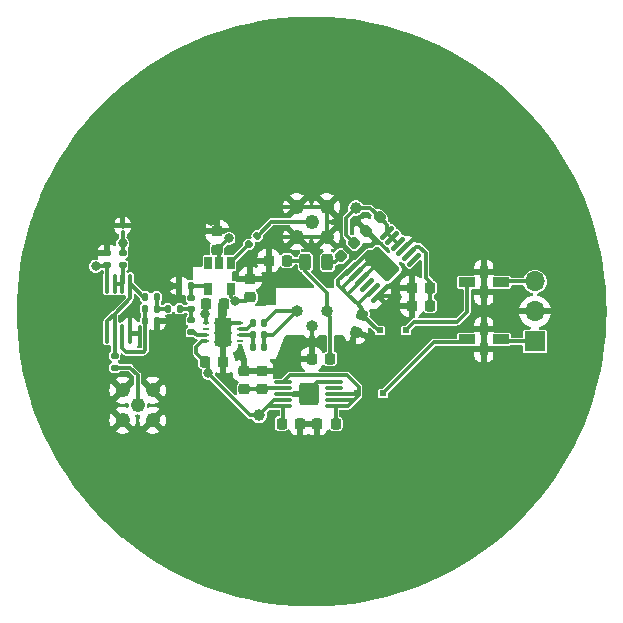
<source format=gtl>
%TF.GenerationSoftware,KiCad,Pcbnew,7.0.2*%
%TF.CreationDate,2023-05-30T15:48:39+02:00*%
%TF.ProjectId,oip_opa818,6f69705f-6f70-4613-9831-382e6b696361,rev?*%
%TF.SameCoordinates,Original*%
%TF.FileFunction,Copper,L1,Top*%
%TF.FilePolarity,Positive*%
%FSLAX46Y46*%
G04 Gerber Fmt 4.6, Leading zero omitted, Abs format (unit mm)*
G04 Created by KiCad (PCBNEW 7.0.2) date 2023-05-30 15:48:39*
%MOMM*%
%LPD*%
G01*
G04 APERTURE LIST*
G04 Aperture macros list*
%AMRoundRect*
0 Rectangle with rounded corners*
0 $1 Rounding radius*
0 $2 $3 $4 $5 $6 $7 $8 $9 X,Y pos of 4 corners*
0 Add a 4 corners polygon primitive as box body*
4,1,4,$2,$3,$4,$5,$6,$7,$8,$9,$2,$3,0*
0 Add four circle primitives for the rounded corners*
1,1,$1+$1,$2,$3*
1,1,$1+$1,$4,$5*
1,1,$1+$1,$6,$7*
1,1,$1+$1,$8,$9*
0 Add four rect primitives between the rounded corners*
20,1,$1+$1,$2,$3,$4,$5,0*
20,1,$1+$1,$4,$5,$6,$7,0*
20,1,$1+$1,$6,$7,$8,$9,0*
20,1,$1+$1,$8,$9,$2,$3,0*%
G04 Aperture macros list end*
%TA.AperFunction,SMDPad,CuDef*%
%ADD10RoundRect,0.135000X-0.185000X0.135000X-0.185000X-0.135000X0.185000X-0.135000X0.185000X0.135000X0*%
%TD*%
%TA.AperFunction,SMDPad,CuDef*%
%ADD11RoundRect,0.100000X-0.100000X0.130000X-0.100000X-0.130000X0.100000X-0.130000X0.100000X0.130000X0*%
%TD*%
%TA.AperFunction,SMDPad,CuDef*%
%ADD12RoundRect,0.100000X0.100000X-0.712500X0.100000X0.712500X-0.100000X0.712500X-0.100000X-0.712500X0*%
%TD*%
%TA.AperFunction,SMDPad,CuDef*%
%ADD13RoundRect,0.135000X-0.035355X0.226274X-0.226274X0.035355X0.035355X-0.226274X0.226274X-0.035355X0*%
%TD*%
%TA.AperFunction,SMDPad,CuDef*%
%ADD14RoundRect,0.135000X0.185000X-0.135000X0.185000X0.135000X-0.185000X0.135000X-0.185000X-0.135000X0*%
%TD*%
%TA.AperFunction,SMDPad,CuDef*%
%ADD15RoundRect,0.140000X-0.170000X0.140000X-0.170000X-0.140000X0.170000X-0.140000X0.170000X0.140000X0*%
%TD*%
%TA.AperFunction,ComponentPad*%
%ADD16O,1.000000X1.000000*%
%TD*%
%TA.AperFunction,SMDPad,CuDef*%
%ADD17RoundRect,0.075000X0.650000X0.075000X-0.650000X0.075000X-0.650000X-0.075000X0.650000X-0.075000X0*%
%TD*%
%TA.AperFunction,SMDPad,CuDef*%
%ADD18RoundRect,0.250000X0.590000X0.690000X-0.590000X0.690000X-0.590000X-0.690000X0.590000X-0.690000X0*%
%TD*%
%TA.AperFunction,SMDPad,CuDef*%
%ADD19RoundRect,0.100000X-0.371231X-0.512652X0.512652X0.371231X0.371231X0.512652X-0.512652X-0.371231X0*%
%TD*%
%TA.AperFunction,SMDPad,CuDef*%
%ADD20RoundRect,0.249999X0.424264X-1.237438X1.237438X-0.424264X-0.424264X1.237438X-1.237438X0.424264X0*%
%TD*%
%TA.AperFunction,SMDPad,CuDef*%
%ADD21RoundRect,0.218750X0.218750X0.256250X-0.218750X0.256250X-0.218750X-0.256250X0.218750X-0.256250X0*%
%TD*%
%TA.AperFunction,SMDPad,CuDef*%
%ADD22RoundRect,0.218750X0.256250X-0.218750X0.256250X0.218750X-0.256250X0.218750X-0.256250X-0.218750X0*%
%TD*%
%TA.AperFunction,SMDPad,CuDef*%
%ADD23RoundRect,0.218750X-0.218750X-0.256250X0.218750X-0.256250X0.218750X0.256250X-0.218750X0.256250X0*%
%TD*%
%TA.AperFunction,SMDPad,CuDef*%
%ADD24RoundRect,0.218750X0.165979X-0.293200X0.315613X0.117915X-0.165979X0.293200X-0.315613X-0.117915X0*%
%TD*%
%TA.AperFunction,SMDPad,CuDef*%
%ADD25RoundRect,0.218750X0.026517X-0.335876X0.335876X-0.026517X-0.026517X0.335876X-0.335876X0.026517X0*%
%TD*%
%TA.AperFunction,SMDPad,CuDef*%
%ADD26R,0.500000X0.500000*%
%TD*%
%TA.AperFunction,SMDPad,CuDef*%
%ADD27RoundRect,0.243750X0.243750X0.456250X-0.243750X0.456250X-0.243750X-0.456250X0.243750X-0.456250X0*%
%TD*%
%TA.AperFunction,SMDPad,CuDef*%
%ADD28RoundRect,0.218750X-0.026517X0.335876X-0.335876X0.026517X0.026517X-0.335876X0.335876X-0.026517X0*%
%TD*%
%TA.AperFunction,SMDPad,CuDef*%
%ADD29RoundRect,0.147500X-0.147500X-0.172500X0.147500X-0.172500X0.147500X0.172500X-0.147500X0.172500X0*%
%TD*%
%TA.AperFunction,SMDPad,CuDef*%
%ADD30R,0.600000X0.250000*%
%TD*%
%TA.AperFunction,SMDPad,CuDef*%
%ADD31R,1.450000X2.400000*%
%TD*%
%TA.AperFunction,SMDPad,CuDef*%
%ADD32RoundRect,0.218750X-0.256250X0.218750X-0.256250X-0.218750X0.256250X-0.218750X0.256250X0.218750X0*%
%TD*%
%TA.AperFunction,SMDPad,CuDef*%
%ADD33RoundRect,0.225000X0.250000X-0.225000X0.250000X0.225000X-0.250000X0.225000X-0.250000X-0.225000X0*%
%TD*%
%TA.AperFunction,SMDPad,CuDef*%
%ADD34R,0.650000X1.060000*%
%TD*%
%TA.AperFunction,SMDPad,CuDef*%
%ADD35RoundRect,0.225000X-0.225000X-0.250000X0.225000X-0.250000X0.225000X0.250000X-0.225000X0.250000X0*%
%TD*%
%TA.AperFunction,SMDPad,CuDef*%
%ADD36RoundRect,0.135000X0.135000X0.185000X-0.135000X0.185000X-0.135000X-0.185000X0.135000X-0.185000X0*%
%TD*%
%TA.AperFunction,SMDPad,CuDef*%
%ADD37RoundRect,0.135000X-0.135000X-0.185000X0.135000X-0.185000X0.135000X0.185000X-0.135000X0.185000X0*%
%TD*%
%TA.AperFunction,SMDPad,CuDef*%
%ADD38RoundRect,0.040000X0.660000X0.360000X-0.660000X0.360000X-0.660000X-0.360000X0.660000X-0.360000X0*%
%TD*%
%TA.AperFunction,SMDPad,CuDef*%
%ADD39RoundRect,0.030000X0.270000X0.520000X-0.270000X0.520000X-0.270000X-0.520000X0.270000X-0.520000X0*%
%TD*%
%TA.AperFunction,ComponentPad*%
%ADD40C,0.600000*%
%TD*%
%TA.AperFunction,SMDPad,CuDef*%
%ADD41R,0.600000X0.700000*%
%TD*%
%TA.AperFunction,SMDPad,CuDef*%
%ADD42RoundRect,0.140000X0.140000X0.170000X-0.140000X0.170000X-0.140000X-0.170000X0.140000X-0.170000X0*%
%TD*%
%TA.AperFunction,SMDPad,CuDef*%
%ADD43RoundRect,0.040000X-0.660000X-0.360000X0.660000X-0.360000X0.660000X0.360000X-0.660000X0.360000X0*%
%TD*%
%TA.AperFunction,SMDPad,CuDef*%
%ADD44RoundRect,0.030000X-0.270000X-0.520000X0.270000X-0.520000X0.270000X0.520000X-0.270000X0.520000X0*%
%TD*%
%TA.AperFunction,ComponentPad*%
%ADD45C,1.240000*%
%TD*%
%TA.AperFunction,ComponentPad*%
%ADD46C,1.000000*%
%TD*%
%TA.AperFunction,ComponentPad*%
%ADD47R,1.700000X1.700000*%
%TD*%
%TA.AperFunction,ComponentPad*%
%ADD48O,1.700000X1.700000*%
%TD*%
%TA.AperFunction,ViaPad*%
%ADD49C,0.800000*%
%TD*%
%TA.AperFunction,Conductor*%
%ADD50C,0.300000*%
%TD*%
%TA.AperFunction,Conductor*%
%ADD51C,0.350000*%
%TD*%
G04 APERTURE END LIST*
D10*
X134010400Y-95044800D03*
X134010400Y-96064800D03*
D11*
X134010400Y-92745600D03*
X134010400Y-93385600D03*
D12*
X132679800Y-101883700D03*
X133329800Y-101883700D03*
X133979800Y-101883700D03*
X134629800Y-101883700D03*
X134629800Y-97658700D03*
X133979800Y-97658700D03*
X133329800Y-97658700D03*
X132679800Y-97658700D03*
D13*
X145403777Y-93596223D03*
X144682529Y-94317471D03*
D14*
X133350000Y-104751600D03*
X133350000Y-103731600D03*
D15*
X132689600Y-95074800D03*
X132689600Y-96034800D03*
D16*
X148750000Y-100000000D03*
X150020000Y-101270000D03*
X151290000Y-100000000D03*
D17*
X151900000Y-108000000D03*
X151900000Y-107500000D03*
X151900000Y-107000000D03*
X151900000Y-106500000D03*
X151900000Y-106000000D03*
X147600000Y-106000000D03*
X147600000Y-106500000D03*
X147600000Y-107000000D03*
X147600000Y-107500000D03*
X147600000Y-108000000D03*
D18*
X149750000Y-107000000D03*
D19*
X153330672Y-96371231D03*
X153790291Y-96830850D03*
X154249911Y-97290470D03*
X154709530Y-97750089D03*
X155169150Y-98209709D03*
X155628769Y-98669328D03*
X158669328Y-95628769D03*
X158209709Y-95169150D03*
X157750089Y-94709530D03*
X157290470Y-94249911D03*
X156830850Y-93790291D03*
X156371231Y-93330672D03*
D20*
X156000000Y-96000000D03*
D21*
X152037500Y-109500000D03*
X150462500Y-109500000D03*
X147937500Y-95700000D03*
X146362500Y-95700000D03*
D22*
X144300000Y-106587500D03*
X144300000Y-105012500D03*
D23*
X147462500Y-109500000D03*
X149037500Y-109500000D03*
D21*
X142537500Y-104250000D03*
X140962500Y-104250000D03*
D24*
X153730659Y-101740008D03*
X154269341Y-100259992D03*
D23*
X158462500Y-99500000D03*
X160037500Y-99500000D03*
D25*
X154643153Y-93156847D03*
X155756847Y-92043153D03*
D26*
X157988000Y-101600000D03*
X155788000Y-101600000D03*
D27*
X151337500Y-95800000D03*
X149462500Y-95800000D03*
D22*
X145800000Y-106587500D03*
X145800000Y-105012500D03*
D28*
X153600000Y-94200000D03*
X152486306Y-95313694D03*
D29*
X145015000Y-102000000D03*
X145985000Y-102000000D03*
D23*
X158462500Y-98000000D03*
X160037500Y-98000000D03*
D29*
X145015000Y-103000000D03*
X145985000Y-103000000D03*
X145015000Y-101000000D03*
X145985000Y-101000000D03*
D30*
X143900000Y-102500000D03*
X143900000Y-102000000D03*
X143900000Y-101500000D03*
X143900000Y-101000000D03*
X141100000Y-101000000D03*
X141100000Y-101500000D03*
X141100000Y-102000000D03*
X141100000Y-102500000D03*
D31*
X142500000Y-101750000D03*
D32*
X144800000Y-97212500D03*
X144800000Y-98787500D03*
D33*
X142000000Y-94775000D03*
X142000000Y-93225000D03*
D34*
X143150000Y-95900000D03*
X142200000Y-95900000D03*
X141250000Y-95900000D03*
X141250000Y-98100000D03*
X143150000Y-98100000D03*
D35*
X141025000Y-99400000D03*
X142575000Y-99400000D03*
D21*
X151587500Y-104000000D03*
X150012500Y-104000000D03*
D26*
X153840000Y-106934000D03*
X156040000Y-106934000D03*
D36*
X139803600Y-97840800D03*
X138783600Y-97840800D03*
D37*
X137818400Y-99771200D03*
X138838400Y-99771200D03*
D38*
X166017000Y-97536000D03*
D39*
X164592000Y-98386000D03*
D40*
X164592000Y-97536000D03*
D41*
X164592000Y-97536000D03*
D39*
X164592000Y-96686000D03*
D38*
X163167000Y-97536000D03*
D42*
X136878000Y-98755200D03*
X135918000Y-98755200D03*
D10*
X139801600Y-100734400D03*
X139801600Y-101754400D03*
D37*
X135888000Y-99771200D03*
X136908000Y-99771200D03*
D15*
X139801600Y-98834000D03*
X139801600Y-99794000D03*
D42*
X136878000Y-100787200D03*
X135918000Y-100787200D03*
D43*
X163167000Y-102362000D03*
D44*
X164592000Y-101512000D03*
D40*
X164592000Y-102362000D03*
D41*
X164592000Y-102362000D03*
D44*
X164592000Y-103212000D03*
D43*
X166017000Y-102362000D03*
D45*
X135280400Y-107950000D03*
X134010400Y-106680000D03*
X134010400Y-109220000D03*
X136550400Y-106680000D03*
X136550400Y-109220000D03*
X150000000Y-92400000D03*
X151270000Y-91130000D03*
X151270000Y-93670000D03*
X148730000Y-91130000D03*
X148730000Y-93670000D03*
D46*
X153750000Y-91250000D03*
X145550000Y-108800000D03*
D47*
X168910000Y-102540000D03*
D48*
X168910000Y-100000000D03*
X168910000Y-97460000D03*
D49*
X137972800Y-97840800D03*
X138328400Y-98958400D03*
X139598400Y-105206800D03*
X139141200Y-104089200D03*
X138734800Y-103022400D03*
X138531600Y-101904800D03*
X159359600Y-106781600D03*
X161086800Y-103632000D03*
X161391600Y-101752400D03*
X134010400Y-94234000D03*
X131724400Y-96164400D03*
X143500000Y-99100000D03*
X141250000Y-105250000D03*
X134620000Y-100076000D03*
X138430000Y-100787200D03*
X132689600Y-93929200D03*
X140696305Y-106759530D03*
X141453835Y-107695002D03*
X142304998Y-108546165D03*
X143240470Y-109303695D03*
X144250000Y-109959292D03*
X145322529Y-110505773D03*
X146446305Y-110937150D03*
X147609016Y-111248697D03*
X148797923Y-111437002D03*
X150000000Y-111500000D03*
X151202077Y-111437002D03*
X152390984Y-111248697D03*
X153553695Y-110937150D03*
X154677471Y-110505773D03*
X155750000Y-109959292D03*
X156759530Y-109303695D03*
X157695002Y-108546165D03*
X158546165Y-107695002D03*
X159959292Y-105750000D03*
X160505773Y-104677471D03*
X161500000Y-100000000D03*
X161437002Y-98797923D03*
X161248697Y-97609016D03*
X160937150Y-96446305D03*
X160505773Y-95322529D03*
X159959292Y-94250000D03*
X159303695Y-93240470D03*
X158546165Y-92304998D03*
X157695002Y-91453835D03*
X156759530Y-90696305D03*
X155750000Y-90040708D03*
X154677471Y-89494227D03*
X153553695Y-89062850D03*
X152390984Y-88751303D03*
X151202077Y-88562998D03*
X150000000Y-88500000D03*
X148797923Y-88562998D03*
X147609016Y-88751303D03*
X145322529Y-89494227D03*
X144250000Y-90040708D03*
X143240470Y-90696305D03*
X142304998Y-91453835D03*
X140696305Y-93240470D03*
X140040708Y-94250000D03*
X139494227Y-95322529D03*
X139062850Y-96446305D03*
X142200000Y-101000000D03*
X142800000Y-101000000D03*
X142800000Y-101800000D03*
X142200000Y-101800000D03*
X142200000Y-102600000D03*
X142800000Y-102600000D03*
X149750000Y-107000000D03*
X141450000Y-92300000D03*
X144000000Y-103800000D03*
X153800000Y-92350000D03*
X157000000Y-98750000D03*
X153400000Y-102800000D03*
X146450000Y-89050000D03*
X148200000Y-97600000D03*
X150020000Y-102630000D03*
X151450000Y-97500000D03*
X157000000Y-99800000D03*
X146100000Y-97050000D03*
X146800000Y-94200000D03*
X146200000Y-91400000D03*
X147000000Y-105000000D03*
X144800000Y-95800000D03*
X146600000Y-99000000D03*
X141000000Y-100250000D03*
X143000000Y-93800000D03*
D50*
X163167000Y-100027800D02*
X163167000Y-97536000D01*
X162306000Y-100888800D02*
X163167000Y-100027800D01*
X158699200Y-100888800D02*
X162306000Y-100888800D01*
X157988000Y-101600000D02*
X158699200Y-100888800D01*
X160358000Y-102616000D02*
X156040000Y-106934000D01*
X162913000Y-102616000D02*
X160358000Y-102616000D01*
X163167000Y-102362000D02*
X162913000Y-102616000D01*
X134010400Y-94234000D02*
X134010400Y-93385600D01*
X134010400Y-95044800D02*
X134010400Y-94234000D01*
X134010400Y-97628100D02*
X133979800Y-97658700D01*
X134010400Y-96064800D02*
X134010400Y-97628100D01*
X132560000Y-96164400D02*
X132689600Y-96034800D01*
X132689600Y-96034800D02*
X132689600Y-97648900D01*
X131724400Y-96164400D02*
X132560000Y-96164400D01*
X132689600Y-97648900D02*
X132679800Y-97658700D01*
X132679800Y-101883700D02*
X132679800Y-100847800D01*
X132679800Y-100847800D02*
X133329800Y-100197800D01*
X133329800Y-97658700D02*
X133979800Y-97658700D01*
X150450000Y-106000000D02*
X151849990Y-106000000D01*
X149750000Y-106700000D02*
X150450000Y-106000000D01*
X149750000Y-107000000D02*
X149750000Y-106700000D01*
X153840000Y-106934000D02*
X153774000Y-107000000D01*
X153774000Y-107000000D02*
X151950010Y-107000000D01*
X154000000Y-107100000D02*
X154000000Y-107094000D01*
X154000000Y-107094000D02*
X153840000Y-106934000D01*
X146803252Y-107500000D02*
X147549990Y-107500000D01*
X145550000Y-108753252D02*
X146803252Y-107500000D01*
X145550000Y-108800000D02*
X145550000Y-108753252D01*
X144800000Y-108800000D02*
X145550000Y-108800000D01*
X141750000Y-105750000D02*
X144800000Y-108800000D01*
X134622000Y-104751600D02*
X135280400Y-105410000D01*
X135280400Y-105410000D02*
X135280400Y-107950000D01*
X133350000Y-104751600D02*
X134622000Y-104751600D01*
X133329800Y-103711400D02*
X133350000Y-103731600D01*
X133329800Y-101883700D02*
X133329800Y-103711400D01*
X134629800Y-98897800D02*
X134629800Y-97658700D01*
X133329800Y-100197800D02*
X134629800Y-98897800D01*
X133329800Y-101883700D02*
X133329800Y-100197800D01*
X135788400Y-103428800D02*
X135918000Y-103299200D01*
X135918000Y-103299200D02*
X135918000Y-100787200D01*
X134315200Y-103428800D02*
X135788400Y-103428800D01*
X133979800Y-101921200D02*
X133979800Y-103093400D01*
X133979800Y-103093400D02*
X134315200Y-103428800D01*
X135763800Y-98755200D02*
X134629800Y-97621200D01*
X135918000Y-98755200D02*
X135763800Y-98755200D01*
X135888000Y-100757200D02*
X135918000Y-100787200D01*
X135888000Y-99771200D02*
X135888000Y-100757200D01*
X136908000Y-98785200D02*
X136878000Y-98755200D01*
X136908000Y-99771200D02*
X136908000Y-98785200D01*
X137818400Y-99771200D02*
X136908000Y-99771200D01*
X138861200Y-99794000D02*
X138838400Y-99771200D01*
X139801600Y-99794000D02*
X138861200Y-99794000D01*
X140990800Y-97840800D02*
X141250000Y-98100000D01*
X139854400Y-97840800D02*
X140990800Y-97840800D01*
X139801600Y-97893600D02*
X139854400Y-97840800D01*
X139801600Y-98834000D02*
X139801600Y-97893600D01*
X139801600Y-100734400D02*
X139801600Y-99794000D01*
X141750000Y-105750000D02*
X141462500Y-105462500D01*
X143150000Y-98100000D02*
X143150000Y-98750000D01*
X141250000Y-105250000D02*
X141250000Y-104537500D01*
X140250000Y-103537500D02*
X140962500Y-104250000D01*
X144487500Y-99100000D02*
X144800000Y-98787500D01*
X143150000Y-98750000D02*
X143500000Y-99100000D01*
X147600000Y-108000000D02*
X147600000Y-109362500D01*
X140250000Y-103000000D02*
X140250000Y-103537500D01*
X141250000Y-104537500D02*
X140962500Y-104250000D01*
X143500000Y-99100000D02*
X144487500Y-99100000D01*
X146350000Y-108000000D02*
X145550000Y-108800000D01*
X147600000Y-108000000D02*
X146350000Y-108000000D01*
X141100000Y-102500000D02*
X140750000Y-102500000D01*
X147600000Y-109362500D02*
X147462500Y-109500000D01*
X140750000Y-102500000D02*
X140250000Y-103000000D01*
X145550000Y-108800000D02*
X146400000Y-107950000D01*
X141750000Y-105750000D02*
X141250000Y-105250000D01*
X150020000Y-102630000D02*
X150020000Y-103992500D01*
D51*
X156919328Y-98669328D02*
X157000000Y-98750000D01*
D50*
X147330000Y-93670000D02*
X146800000Y-94200000D01*
X148730000Y-91130000D02*
X146470000Y-91130000D01*
D51*
X158462500Y-99500000D02*
X158462500Y-98000000D01*
D50*
X147600000Y-107000000D02*
X149750000Y-107000000D01*
X143900000Y-101000000D02*
X143250000Y-101000000D01*
X151270000Y-91130000D02*
X148730000Y-91130000D01*
X151270000Y-93670000D02*
X151270000Y-91130000D01*
X144300000Y-105012500D02*
X145800000Y-105012500D01*
X146470000Y-91130000D02*
X146200000Y-91400000D01*
X143250000Y-101000000D02*
X142500000Y-101750000D01*
X150020000Y-103992500D02*
X150012500Y-104000000D01*
D51*
X155628769Y-98669328D02*
X156919328Y-98669328D01*
D50*
X142280000Y-99400000D02*
X142280000Y-100920000D01*
X148730000Y-93670000D02*
X147330000Y-93670000D01*
X151270000Y-93670000D02*
X148730000Y-93670000D01*
X150020000Y-101270000D02*
X150020000Y-102630000D01*
X142280000Y-100920000D02*
X142200000Y-101000000D01*
X142000000Y-94480000D02*
X142320000Y-94480000D01*
X154963694Y-91250000D02*
X155756847Y-92043153D01*
X142000000Y-94480000D02*
X142080000Y-94480000D01*
X142200000Y-94600000D02*
X142200000Y-95900000D01*
X152950000Y-93550000D02*
X152950000Y-92050000D01*
X156371231Y-92657537D02*
X155756847Y-92043153D01*
X153750000Y-91250000D02*
X154963694Y-91250000D01*
X141000000Y-100250000D02*
X141000000Y-99720000D01*
X152950000Y-92050000D02*
X153750000Y-91250000D01*
X142320000Y-94480000D02*
X143000000Y-93800000D01*
D51*
X157290470Y-94249911D02*
X156830850Y-93790291D01*
D50*
X156371231Y-93330672D02*
X156371231Y-92657537D01*
D51*
X156830850Y-93790291D02*
X156371231Y-93330672D01*
D50*
X142080000Y-94480000D02*
X142200000Y-94600000D01*
X141000000Y-99720000D02*
X141320000Y-99400000D01*
X153600000Y-94200000D02*
X152950000Y-93550000D01*
X141100000Y-101000000D02*
X141100000Y-100350000D01*
X141100000Y-100350000D02*
X141000000Y-100250000D01*
X166093000Y-97460000D02*
X166017000Y-97536000D01*
X168910000Y-97460000D02*
X166093000Y-97460000D01*
X152000000Y-95800000D02*
X152486306Y-95313694D01*
X151337500Y-95800000D02*
X152000000Y-95800000D01*
X143150000Y-95900000D02*
X143150000Y-95850000D01*
X143150000Y-95850000D02*
X144486306Y-94513694D01*
X166195000Y-102540000D02*
X166017000Y-102362000D01*
X168910000Y-102540000D02*
X166195000Y-102540000D01*
X145800000Y-106587500D02*
X144300000Y-106587500D01*
X145887500Y-106500000D02*
X145800000Y-106587500D01*
X147600000Y-106500000D02*
X145887500Y-106500000D01*
D51*
X159656990Y-97144490D02*
X159656990Y-95060779D01*
X159096211Y-94500000D02*
X158878859Y-94500000D01*
X158878859Y-94500000D02*
X158209709Y-95169150D01*
X160037500Y-97525000D02*
X159656990Y-97144490D01*
X159656990Y-95060779D02*
X159096211Y-94500000D01*
X160037500Y-98000000D02*
X160037500Y-97525000D01*
X160037500Y-99500000D02*
X160037500Y-98000000D01*
D50*
X145985000Y-103000000D02*
X145985000Y-102000000D01*
X145985000Y-102000000D02*
X146750000Y-102000000D01*
X146750000Y-102000000D02*
X148750000Y-100000000D01*
X148750000Y-100000000D02*
X146985000Y-100000000D01*
X146985000Y-100000000D02*
X145985000Y-101000000D01*
X141100000Y-102000000D02*
X140265000Y-102000000D01*
X140265000Y-102000000D02*
X140000000Y-101735000D01*
X153600000Y-107500000D02*
X154000000Y-107100000D01*
X152037500Y-109500000D02*
X152037500Y-108137500D01*
X152037500Y-108137500D02*
X151900000Y-108000000D01*
X147600000Y-106000000D02*
X148200000Y-105400000D01*
X154000000Y-106400000D02*
X154000000Y-107100000D01*
X151900000Y-107500000D02*
X153600000Y-107500000D01*
X151900000Y-108000000D02*
X153100000Y-108000000D01*
X148200000Y-105400000D02*
X153000000Y-105400000D01*
X153000000Y-105400000D02*
X154000000Y-106400000D01*
X153100000Y-108000000D02*
X154000000Y-107100000D01*
X145015000Y-103000000D02*
X145015000Y-102000000D01*
X145000000Y-102015000D02*
X145015000Y-102000000D01*
X143900000Y-102000000D02*
X145015000Y-102000000D01*
D51*
X153228769Y-96371231D02*
X152250000Y-97350000D01*
X154807627Y-94992373D02*
X154992373Y-94992373D01*
X153790291Y-96830850D02*
X154621141Y-96000000D01*
X154269341Y-99769341D02*
X154269341Y-100259992D01*
X152600000Y-98000000D02*
X152500000Y-98000000D01*
X152250000Y-97350000D02*
X152250000Y-97750000D01*
X153428769Y-96371231D02*
X154807627Y-94992373D01*
X154249911Y-97350089D02*
X153100000Y-98500000D01*
X153900000Y-99400000D02*
X154269341Y-99769341D01*
X152703984Y-98200000D02*
X152700000Y-98200000D01*
D50*
X155788000Y-101600000D02*
X155609349Y-101600000D01*
D51*
X154992373Y-94992373D02*
X156000000Y-96000000D01*
X154249911Y-97290470D02*
X154249911Y-97350089D01*
X152700000Y-98200000D02*
X153100000Y-98600000D01*
X154621141Y-96000000D02*
X156000000Y-96000000D01*
X152500000Y-98000000D02*
X152700000Y-98200000D01*
X154410295Y-100119038D02*
X154269341Y-100259992D01*
X153330672Y-96371231D02*
X153228769Y-96371231D01*
D50*
X155609349Y-101600000D02*
X154269341Y-100259992D01*
D51*
X153100000Y-98500000D02*
X153100000Y-98600000D01*
X153790291Y-96830850D02*
X153769150Y-96830850D01*
X154249911Y-97290470D02*
X155540381Y-96000000D01*
X155169150Y-98209709D02*
X155090291Y-98209709D01*
X152250000Y-97750000D02*
X152500000Y-98000000D01*
X153330672Y-96371231D02*
X153428769Y-96371231D01*
X155090291Y-98209709D02*
X153900000Y-99400000D01*
X153100000Y-98600000D02*
X153900000Y-99400000D01*
X153769150Y-96830850D02*
X152600000Y-98000000D01*
X155540381Y-96000000D02*
X156000000Y-96000000D01*
D50*
X145600000Y-93400000D02*
X146600000Y-92400000D01*
X146600000Y-92400000D02*
X150000000Y-92400000D01*
X143900000Y-101500000D02*
X144515000Y-101500000D01*
X144515000Y-101500000D02*
X145015000Y-101000000D01*
X149462500Y-95800000D02*
X149462500Y-96612500D01*
X149362500Y-95700000D02*
X149462500Y-95800000D01*
X147937500Y-95700000D02*
X149362500Y-95700000D01*
X149462500Y-96612500D02*
X151290000Y-98440000D01*
X151587500Y-100437500D02*
X151587500Y-104000000D01*
X151290000Y-98440000D02*
X151290000Y-100000000D01*
X151290000Y-100140000D02*
X151587500Y-100437500D01*
X151290000Y-100000000D02*
X151290000Y-100140000D01*
%TA.AperFunction,Conductor*%
G36*
X135138812Y-98555637D02*
G01*
X135145395Y-98561766D01*
X135450595Y-98866966D01*
X135484621Y-98929278D01*
X135487500Y-98956051D01*
X135487500Y-98964929D01*
X135487500Y-98964945D01*
X135487501Y-98968572D01*
X135487919Y-98972182D01*
X135487920Y-98972187D01*
X135490317Y-98992861D01*
X135534187Y-99092217D01*
X135599611Y-99157641D01*
X135633637Y-99219953D01*
X135628572Y-99290768D01*
X135599611Y-99335831D01*
X135513385Y-99422056D01*
X135472205Y-99515320D01*
X135470270Y-99519702D01*
X135467500Y-99543577D01*
X135467500Y-99547222D01*
X135467500Y-99547223D01*
X135467500Y-99995183D01*
X135467500Y-99995200D01*
X135467501Y-99998822D01*
X135467919Y-100002430D01*
X135467920Y-100002439D01*
X135470269Y-100022696D01*
X135504851Y-100101016D01*
X135513384Y-100120341D01*
X135550596Y-100157553D01*
X135584620Y-100219863D01*
X135587500Y-100246647D01*
X135587500Y-100344679D01*
X135567498Y-100412800D01*
X135550597Y-100433773D01*
X135534186Y-100450183D01*
X135490318Y-100549535D01*
X135489478Y-100556777D01*
X135487500Y-100573827D01*
X135487500Y-100577472D01*
X135487500Y-100577473D01*
X135487500Y-100788720D01*
X135467498Y-100856841D01*
X135413842Y-100903334D01*
X135343568Y-100913438D01*
X135278988Y-100883944D01*
X135261538Y-100865425D01*
X135163429Y-100737570D01*
X135036422Y-100640112D01*
X134888520Y-100578849D01*
X134829800Y-100571119D01*
X134829800Y-101683700D01*
X135337799Y-101683700D01*
X135337799Y-101232019D01*
X135357801Y-101163898D01*
X135411457Y-101117405D01*
X135481731Y-101107301D01*
X135546311Y-101136795D01*
X135552894Y-101142924D01*
X135580595Y-101170625D01*
X135614621Y-101232937D01*
X135617500Y-101259720D01*
X135617500Y-103002300D01*
X135597498Y-103070421D01*
X135543842Y-103116914D01*
X135491500Y-103128300D01*
X135343375Y-103128300D01*
X135275254Y-103108298D01*
X135228761Y-103054642D01*
X135218657Y-102984368D01*
X135243413Y-102925595D01*
X135260887Y-102902822D01*
X135322150Y-102754918D01*
X135337261Y-102640134D01*
X135337800Y-102631925D01*
X135337800Y-102083700D01*
X134555800Y-102083700D01*
X134487679Y-102063698D01*
X134441186Y-102010042D01*
X134429800Y-101957700D01*
X134429800Y-100571119D01*
X134429799Y-100571119D01*
X134371079Y-100578849D01*
X134223177Y-100640112D01*
X134096170Y-100737570D01*
X133993474Y-100871405D01*
X133936136Y-100913272D01*
X133893512Y-100920700D01*
X133855127Y-100920700D01*
X133855126Y-100920700D01*
X133782060Y-100935234D01*
X133782058Y-100935234D01*
X133780881Y-100935469D01*
X133710167Y-100929141D01*
X133654100Y-100885587D01*
X133630480Y-100818635D01*
X133630299Y-100811890D01*
X133630299Y-100673776D01*
X133630299Y-100374457D01*
X133650301Y-100306340D01*
X133667199Y-100285371D01*
X134793089Y-99159481D01*
X134806979Y-99149489D01*
X134814025Y-99141759D01*
X134814028Y-99141758D01*
X134845257Y-99107499D01*
X134849212Y-99103358D01*
X134861975Y-99090597D01*
X134861979Y-99090590D01*
X134862726Y-99089844D01*
X134871826Y-99078356D01*
X134889716Y-99058733D01*
X134892132Y-99052494D01*
X134905680Y-99026793D01*
X134909457Y-99021280D01*
X134915543Y-98995402D01*
X134920697Y-98978760D01*
X134930300Y-98953973D01*
X134930300Y-98947281D01*
X134933647Y-98918431D01*
X134933998Y-98916939D01*
X134935179Y-98911919D01*
X134931508Y-98885602D01*
X134930300Y-98868195D01*
X134930300Y-98650861D01*
X134950302Y-98582740D01*
X135003958Y-98536247D01*
X135074232Y-98526143D01*
X135138812Y-98555637D01*
G37*
%TD.AperFunction*%
%TA.AperFunction,Conductor*%
G36*
X142771121Y-99770002D02*
G01*
X142817614Y-99823658D01*
X142829000Y-99876000D01*
X142829000Y-100297000D01*
X142808998Y-100365121D01*
X142788066Y-100383257D01*
X142790904Y-100386095D01*
X142754000Y-100422999D01*
X142754000Y-103226999D01*
X142754594Y-103227593D01*
X142788620Y-103289905D01*
X142791500Y-103316690D01*
X142791500Y-105232999D01*
X142801465Y-105232999D01*
X142807857Y-105232673D01*
X142904212Y-105222830D01*
X143065477Y-105169393D01*
X143124851Y-105132770D01*
X143193330Y-105114032D01*
X143261070Y-105135290D01*
X143306562Y-105189796D01*
X143317000Y-105240007D01*
X143317000Y-105276463D01*
X143317326Y-105282857D01*
X143327169Y-105379212D01*
X143380607Y-105540479D01*
X143469797Y-105685077D01*
X143589922Y-105805202D01*
X143734521Y-105894393D01*
X143736944Y-105895196D01*
X143746093Y-105901530D01*
X143747055Y-105902124D01*
X143747023Y-105902174D01*
X143795315Y-105935611D01*
X143822569Y-106001168D01*
X143810055Y-106071053D01*
X143786405Y-106103895D01*
X143739080Y-106151220D01*
X143684957Y-106261931D01*
X143679973Y-106296138D01*
X143675039Y-106330009D01*
X143674500Y-106333707D01*
X143674500Y-106841292D01*
X143684957Y-106913067D01*
X143685141Y-106913443D01*
X143697090Y-106983427D01*
X143669306Y-107048761D01*
X143610610Y-107088702D01*
X143539638Y-107090570D01*
X143482849Y-107057877D01*
X142019930Y-105594959D01*
X142019929Y-105594957D01*
X141952595Y-105527623D01*
X141834029Y-105409058D01*
X141800005Y-105346747D01*
X141798203Y-105303522D01*
X141805001Y-105251884D01*
X141833723Y-105186962D01*
X141892988Y-105147871D01*
X141963980Y-105147026D01*
X141996071Y-105161096D01*
X142009521Y-105169392D01*
X142170788Y-105222830D01*
X142267145Y-105232674D01*
X142273530Y-105232999D01*
X142283500Y-105232998D01*
X142283500Y-103497998D01*
X142282905Y-103497404D01*
X142248879Y-103435092D01*
X142246000Y-103408309D01*
X142246000Y-100128000D01*
X142266002Y-100059879D01*
X142286933Y-100041742D01*
X142284096Y-100038905D01*
X142321000Y-100002000D01*
X142321000Y-99876000D01*
X142341002Y-99807879D01*
X142394658Y-99761386D01*
X142447000Y-99750000D01*
X142703000Y-99750000D01*
X142771121Y-99770002D01*
G37*
%TD.AperFunction*%
%TA.AperFunction,Conductor*%
G36*
X149946121Y-106766002D02*
G01*
X149992614Y-106819658D01*
X150004000Y-106872000D01*
X150004000Y-107128000D01*
X149983998Y-107196121D01*
X149930342Y-107242614D01*
X149878000Y-107254000D01*
X148488000Y-107254000D01*
X148419879Y-107233998D01*
X148373386Y-107180342D01*
X148368115Y-107156114D01*
X148362001Y-107150000D01*
X147576000Y-107150000D01*
X147507879Y-107129998D01*
X147461386Y-107076342D01*
X147450000Y-107024000D01*
X147450000Y-106976000D01*
X147470002Y-106907879D01*
X147523658Y-106861386D01*
X147576000Y-106850000D01*
X148362001Y-106850000D01*
X148371144Y-106840856D01*
X148382002Y-106803879D01*
X148435658Y-106757386D01*
X148488000Y-106746000D01*
X149878000Y-106746000D01*
X149946121Y-106766002D01*
G37*
%TD.AperFunction*%
%TA.AperFunction,Conductor*%
G36*
X149343626Y-102020002D02*
G01*
X149355438Y-102028601D01*
X149457272Y-102112174D01*
X149632387Y-102205775D01*
X149766000Y-102246305D01*
X149766000Y-102126000D01*
X149786002Y-102057879D01*
X149839658Y-102011386D01*
X149892000Y-102000000D01*
X150148000Y-102000000D01*
X150216121Y-102020002D01*
X150262614Y-102073658D01*
X150274000Y-102126000D01*
X150274000Y-102246305D01*
X150407612Y-102205775D01*
X150582727Y-102112174D01*
X150684562Y-102028601D01*
X150749909Y-102000847D01*
X150764495Y-102000000D01*
X151161000Y-102000000D01*
X151229121Y-102020002D01*
X151275614Y-102073658D01*
X151287000Y-102126000D01*
X151287000Y-103294049D01*
X151266998Y-103362170D01*
X151216339Y-103407246D01*
X151151220Y-103439080D01*
X151103894Y-103486406D01*
X151041581Y-103520431D01*
X150970766Y-103515365D01*
X150913930Y-103472818D01*
X150895192Y-103436936D01*
X150894390Y-103434517D01*
X150805202Y-103289922D01*
X150685077Y-103169797D01*
X150540480Y-103080608D01*
X150379211Y-103027169D01*
X150282857Y-103017325D01*
X150276468Y-103017000D01*
X150266500Y-103017000D01*
X150266500Y-104128000D01*
X150246498Y-104196121D01*
X150192842Y-104242614D01*
X150140500Y-104254000D01*
X149067001Y-104254000D01*
X149067001Y-104301465D01*
X149067326Y-104307857D01*
X149077169Y-104404212D01*
X149130607Y-104565479D01*
X149219797Y-104710077D01*
X149339923Y-104830203D01*
X149398379Y-104866260D01*
X149445856Y-104919046D01*
X149457259Y-104989121D01*
X149428966Y-105054236D01*
X149369960Y-105093719D01*
X149332231Y-105099500D01*
X148269570Y-105099500D01*
X148252678Y-105096744D01*
X148195963Y-105099366D01*
X148190146Y-105099500D01*
X148171098Y-105099500D01*
X148156557Y-105101186D01*
X148130009Y-105102413D01*
X148123878Y-105105121D01*
X148096150Y-105113707D01*
X148089566Y-105114938D01*
X148066969Y-105128928D01*
X148051544Y-105137059D01*
X148027234Y-105147793D01*
X148022499Y-105152529D01*
X147999745Y-105170552D01*
X147994048Y-105174079D01*
X147978030Y-105195290D01*
X147966578Y-105208449D01*
X147512432Y-105662595D01*
X147450120Y-105696621D01*
X147423337Y-105699500D01*
X146927792Y-105699500D01*
X146860531Y-105712878D01*
X146789817Y-105706548D01*
X146733751Y-105662992D01*
X146710133Y-105596038D01*
X146716349Y-105549665D01*
X146772830Y-105379215D01*
X146782674Y-105282857D01*
X146783000Y-105276467D01*
X146783000Y-105266500D01*
X144172000Y-105266500D01*
X144103879Y-105246498D01*
X144057386Y-105192842D01*
X144046000Y-105140500D01*
X144046000Y-104067000D01*
X143998535Y-104067000D01*
X143992142Y-104067326D01*
X143895787Y-104077169D01*
X143734520Y-104130607D01*
X143675146Y-104167230D01*
X143606667Y-104185967D01*
X143538928Y-104164708D01*
X143493436Y-104110201D01*
X143482999Y-104059989D01*
X143482999Y-103948534D01*
X143482673Y-103942142D01*
X143472830Y-103845787D01*
X143419392Y-103684519D01*
X143367135Y-103599799D01*
X143348397Y-103531320D01*
X143369656Y-103463581D01*
X143424162Y-103418089D01*
X143430344Y-103415595D01*
X143470962Y-103400445D01*
X143587904Y-103312904D01*
X143675445Y-103195962D01*
X143726494Y-103059093D01*
X143732640Y-103001936D01*
X143733000Y-102995222D01*
X143733000Y-102901500D01*
X143753002Y-102833379D01*
X143806658Y-102786886D01*
X143859000Y-102775500D01*
X144012173Y-102775500D01*
X144080294Y-102795502D01*
X144126787Y-102849158D01*
X144132052Y-102862709D01*
X144252129Y-103233855D01*
X144499999Y-103999999D01*
X144502125Y-104001545D01*
X144545443Y-104057795D01*
X144554000Y-104103435D01*
X144554000Y-104758500D01*
X146782999Y-104758500D01*
X146782999Y-104748534D01*
X146782673Y-104742142D01*
X146772830Y-104645787D01*
X146719392Y-104484520D01*
X146630202Y-104339922D01*
X146505375Y-104215095D01*
X146471349Y-104152783D01*
X146476414Y-104081968D01*
X146518961Y-104025132D01*
X146585481Y-104000321D01*
X146594470Y-104000000D01*
X146999999Y-104000000D01*
X147000000Y-104000000D01*
X147100263Y-103746000D01*
X149067000Y-103746000D01*
X149758500Y-103746000D01*
X149758500Y-103017000D01*
X149758499Y-103016999D01*
X149748537Y-103017000D01*
X149742140Y-103017326D01*
X149645787Y-103027169D01*
X149484520Y-103080607D01*
X149339922Y-103169797D01*
X149219797Y-103289922D01*
X149130608Y-103434519D01*
X149077169Y-103595788D01*
X149067325Y-103692142D01*
X149067000Y-103698532D01*
X149067000Y-103746000D01*
X147100263Y-103746000D01*
X147693940Y-102242019D01*
X147757999Y-102079737D01*
X147801616Y-102023718D01*
X147868595Y-102000173D01*
X147875199Y-102000000D01*
X149275505Y-102000000D01*
X149343626Y-102020002D01*
G37*
%TD.AperFunction*%
%TA.AperFunction,Conductor*%
G36*
X148135640Y-92720502D02*
G01*
X148156614Y-92737404D01*
X148663095Y-93243884D01*
X148668863Y-93254447D01*
X148598595Y-93265577D01*
X148480053Y-93325978D01*
X148385978Y-93420053D01*
X148325577Y-93538595D01*
X148313792Y-93613001D01*
X147770111Y-93069320D01*
X147770109Y-93069320D01*
X147766847Y-93073639D01*
X147673664Y-93260777D01*
X147616456Y-93461844D01*
X147597167Y-93670000D01*
X147616456Y-93878155D01*
X147673666Y-94079227D01*
X147766844Y-94266354D01*
X147770110Y-94270678D01*
X148313792Y-93726996D01*
X148325577Y-93801405D01*
X148385978Y-93919947D01*
X148480053Y-94014022D01*
X148598595Y-94074423D01*
X148673002Y-94086207D01*
X148132467Y-94626741D01*
X148225054Y-94684070D01*
X148419985Y-94759586D01*
X148625477Y-94798000D01*
X148834526Y-94798000D01*
X148902663Y-94785262D01*
X148973299Y-94792405D01*
X149028860Y-94836603D01*
X149051706Y-94903824D01*
X149034583Y-94972725D01*
X148992619Y-95012326D01*
X148895821Y-95109124D01*
X148839122Y-95220401D01*
X148827591Y-95293210D01*
X148797179Y-95357363D01*
X148736911Y-95394890D01*
X148703142Y-95399500D01*
X148624283Y-95399500D01*
X148556162Y-95379498D01*
X148511086Y-95328838D01*
X148460919Y-95226219D01*
X148373781Y-95139081D01*
X148263068Y-95084957D01*
X148245123Y-95082342D01*
X148191295Y-95074500D01*
X148191292Y-95074500D01*
X147683707Y-95074500D01*
X147611930Y-95084957D01*
X147501220Y-95139079D01*
X147453894Y-95186406D01*
X147391581Y-95220431D01*
X147320766Y-95215365D01*
X147263930Y-95172818D01*
X147245192Y-95136936D01*
X147244390Y-95134517D01*
X147155202Y-94989922D01*
X147035077Y-94869797D01*
X146890480Y-94780608D01*
X146729211Y-94727169D01*
X146632857Y-94717325D01*
X146626468Y-94717000D01*
X146616500Y-94717000D01*
X146616500Y-96682999D01*
X146626465Y-96682999D01*
X146632857Y-96682673D01*
X146729212Y-96672830D01*
X146890479Y-96619392D01*
X147035077Y-96530202D01*
X147155202Y-96410077D01*
X147244392Y-96265479D01*
X147245195Y-96263058D01*
X147251529Y-96253908D01*
X147252124Y-96252945D01*
X147252174Y-96252976D01*
X147285609Y-96204686D01*
X147351165Y-96177430D01*
X147421051Y-96189943D01*
X147453895Y-96213595D01*
X147501218Y-96260918D01*
X147501219Y-96260918D01*
X147501220Y-96260919D01*
X147611933Y-96315043D01*
X147683705Y-96325500D01*
X148191294Y-96325499D01*
X148263067Y-96315043D01*
X148373780Y-96260919D01*
X148460919Y-96173780D01*
X148467811Y-96159683D01*
X148511086Y-96071162D01*
X148558973Y-96018747D01*
X148624283Y-96000500D01*
X148698500Y-96000500D01*
X148766621Y-96020502D01*
X148813114Y-96074158D01*
X148824500Y-96126499D01*
X148824500Y-96287276D01*
X148827800Y-96308109D01*
X148839122Y-96379598D01*
X148895821Y-96490875D01*
X148984124Y-96579178D01*
X148984126Y-96579179D01*
X148984127Y-96579180D01*
X149063047Y-96619392D01*
X149112832Y-96644759D01*
X149164447Y-96693508D01*
X149172343Y-96714704D01*
X149191425Y-96745524D01*
X149199559Y-96760954D01*
X149207629Y-96779231D01*
X149210294Y-96785265D01*
X149215025Y-96789996D01*
X149233055Y-96812758D01*
X149236580Y-96818451D01*
X149257786Y-96834465D01*
X149270950Y-96845921D01*
X150209934Y-97784905D01*
X150243960Y-97847217D01*
X150238895Y-97918032D01*
X150196348Y-97974868D01*
X150129828Y-97999679D01*
X150120839Y-98000000D01*
X147000000Y-98000000D01*
X147000000Y-99297524D01*
X146979998Y-99365645D01*
X146926342Y-99412138D01*
X146884915Y-99423050D01*
X145320762Y-99559063D01*
X145251165Y-99545038D01*
X145200199Y-99495611D01*
X145184045Y-99426477D01*
X145207833Y-99359584D01*
X145254508Y-99320340D01*
X145273780Y-99310919D01*
X145360919Y-99223780D01*
X145415043Y-99113067D01*
X145425500Y-99041295D01*
X145425499Y-98533706D01*
X145415043Y-98461933D01*
X145415042Y-98461930D01*
X145360919Y-98351219D01*
X145313594Y-98303894D01*
X145279568Y-98241582D01*
X145284633Y-98170767D01*
X145327180Y-98113931D01*
X145363065Y-98095191D01*
X145365484Y-98094389D01*
X145510077Y-98005202D01*
X145630202Y-97885077D01*
X145719391Y-97740480D01*
X145772830Y-97579211D01*
X145782674Y-97482857D01*
X145783000Y-97476467D01*
X145783000Y-97466500D01*
X143817000Y-97466500D01*
X143787596Y-97495904D01*
X143725283Y-97529929D01*
X143654468Y-97524863D01*
X143597632Y-97482316D01*
X143593746Y-97476825D01*
X143583504Y-97461496D01*
X143583502Y-97461495D01*
X143583502Y-97461494D01*
X143533724Y-97428233D01*
X143504453Y-97422410D01*
X143489820Y-97419500D01*
X143489819Y-97419500D01*
X143376000Y-97419500D01*
X143307879Y-97399498D01*
X143261386Y-97345842D01*
X143250000Y-97293500D01*
X143250000Y-96958500D01*
X143817000Y-96958500D01*
X144546000Y-96958500D01*
X145054000Y-96958500D01*
X145782999Y-96958500D01*
X145782999Y-96948534D01*
X145782673Y-96942142D01*
X145772830Y-96845786D01*
X145759864Y-96806658D01*
X145757423Y-96735703D01*
X145793731Y-96674693D01*
X145857259Y-96642997D01*
X145919101Y-96647419D01*
X145995788Y-96672830D01*
X146092145Y-96682674D01*
X146098530Y-96682999D01*
X146108500Y-96682998D01*
X146108500Y-95954000D01*
X145417001Y-95954000D01*
X145417001Y-96001465D01*
X145417326Y-96007857D01*
X145427169Y-96104212D01*
X145440136Y-96143343D01*
X145442576Y-96214297D01*
X145406267Y-96275307D01*
X145342738Y-96307003D01*
X145280899Y-96302580D01*
X145204213Y-96277169D01*
X145107857Y-96267325D01*
X145101468Y-96267000D01*
X145054000Y-96267000D01*
X145054000Y-96958500D01*
X144546000Y-96958500D01*
X144546000Y-96267000D01*
X144498535Y-96267000D01*
X144492142Y-96267326D01*
X144395787Y-96277169D01*
X144234520Y-96330607D01*
X144089922Y-96419797D01*
X143969797Y-96539922D01*
X143880608Y-96684519D01*
X143827169Y-96845788D01*
X143817325Y-96942142D01*
X143817000Y-96948532D01*
X143817000Y-96958500D01*
X143250000Y-96958500D01*
X143250000Y-96706500D01*
X143270002Y-96638379D01*
X143323658Y-96591886D01*
X143376000Y-96580500D01*
X143489819Y-96580500D01*
X143489820Y-96580500D01*
X143533722Y-96571767D01*
X143533723Y-96571766D01*
X143533724Y-96571766D01*
X143583504Y-96538504D01*
X143616766Y-96488724D01*
X143616766Y-96488723D01*
X143616767Y-96488722D01*
X143625500Y-96444820D01*
X143625500Y-95851659D01*
X143645502Y-95783539D01*
X143662401Y-95762569D01*
X143978970Y-95446000D01*
X145417000Y-95446000D01*
X146108500Y-95446000D01*
X146108500Y-94717000D01*
X146108499Y-94716999D01*
X146098537Y-94717000D01*
X146092140Y-94717326D01*
X145995787Y-94727169D01*
X145834520Y-94780607D01*
X145689922Y-94869797D01*
X145569797Y-94989922D01*
X145480608Y-95134519D01*
X145427169Y-95295788D01*
X145417325Y-95392142D01*
X145417000Y-95398532D01*
X145417000Y-95446000D01*
X143978970Y-95446000D01*
X144558821Y-94866148D01*
X144621133Y-94832123D01*
X144647916Y-94829244D01*
X144771254Y-94829244D01*
X144826182Y-94807965D01*
X144870783Y-94790687D01*
X144889624Y-94775763D01*
X145140820Y-94524566D01*
X145155745Y-94505725D01*
X145194302Y-94406195D01*
X145194302Y-94299457D01*
X145190518Y-94289690D01*
X145176309Y-94253010D01*
X145170353Y-94182264D01*
X145203591Y-94119528D01*
X145265470Y-94084721D01*
X145336344Y-94088894D01*
X145339316Y-94090003D01*
X145385763Y-94107996D01*
X145492501Y-94107996D01*
X145492502Y-94107996D01*
X145556661Y-94083141D01*
X145592031Y-94069439D01*
X145610872Y-94054515D01*
X145862068Y-93803318D01*
X145876993Y-93784477D01*
X145915550Y-93684947D01*
X145915550Y-93578209D01*
X145915549Y-93578208D01*
X145915550Y-93561611D01*
X145935552Y-93493490D01*
X145952455Y-93472515D01*
X146103652Y-93321319D01*
X146495730Y-92929241D01*
X146687568Y-92737404D01*
X146749880Y-92703379D01*
X146776663Y-92700500D01*
X148067519Y-92700500D01*
X148135640Y-92720502D01*
G37*
%TD.AperFunction*%
%TA.AperFunction,Conductor*%
G36*
X150499061Y-75030537D02*
G01*
X151486366Y-75069819D01*
X151491308Y-75070114D01*
X152476355Y-75148624D01*
X152481300Y-75149118D01*
X153462372Y-75266719D01*
X153467308Y-75267411D01*
X154442939Y-75423924D01*
X154447864Y-75424816D01*
X154712412Y-75478121D01*
X155416497Y-75619993D01*
X155421348Y-75621071D01*
X156381461Y-75854604D01*
X156386273Y-75855876D01*
X157336389Y-76127409D01*
X157341143Y-76128871D01*
X158279659Y-76437945D01*
X158284333Y-76439588D01*
X159073151Y-76734614D01*
X159209842Y-76785738D01*
X159214496Y-76787585D01*
X160125506Y-77170253D01*
X160130042Y-77172266D01*
X160920036Y-77541709D01*
X161025107Y-77590846D01*
X161029602Y-77593058D01*
X161907315Y-78046890D01*
X161911719Y-78049280D01*
X162770652Y-78537624D01*
X162774952Y-78540182D01*
X163613874Y-79062339D01*
X163618023Y-79065038D01*
X164435505Y-79620122D01*
X164439548Y-79622986D01*
X165234329Y-80210143D01*
X165238262Y-80213172D01*
X166009053Y-80831447D01*
X166012885Y-80834649D01*
X166758444Y-81483042D01*
X166762159Y-81486404D01*
X167481382Y-82163957D01*
X167484960Y-82167465D01*
X168176663Y-82873060D01*
X168180098Y-82876707D01*
X168843184Y-83609223D01*
X168846472Y-83613003D01*
X169479931Y-84371327D01*
X169483066Y-84375235D01*
X170085878Y-85158144D01*
X170088855Y-85162174D01*
X170660050Y-85968411D01*
X170662865Y-85972556D01*
X171201565Y-86800879D01*
X171204213Y-86805133D01*
X171709564Y-87654231D01*
X171712040Y-87658587D01*
X172183218Y-88527076D01*
X172185519Y-88531526D01*
X172611247Y-89396623D01*
X172621801Y-89418068D01*
X172623924Y-89422607D01*
X173024621Y-90325810D01*
X173026561Y-90330429D01*
X173391030Y-91248838D01*
X173392785Y-91253531D01*
X173720453Y-92185702D01*
X173722020Y-92190461D01*
X174012365Y-93134909D01*
X174013742Y-93139726D01*
X174266317Y-94095000D01*
X174267501Y-94099869D01*
X174481890Y-95064395D01*
X174482880Y-95069306D01*
X174658757Y-96041613D01*
X174659551Y-96046560D01*
X174796636Y-97025107D01*
X174797232Y-97030082D01*
X174895303Y-98013281D01*
X174895701Y-98018276D01*
X174954605Y-99004604D01*
X174954804Y-99009610D01*
X174974450Y-99997494D01*
X174974450Y-100002504D01*
X174954804Y-100990389D01*
X174954605Y-100995395D01*
X174895701Y-101981723D01*
X174895303Y-101986718D01*
X174797232Y-102969917D01*
X174796636Y-102974892D01*
X174659551Y-103953439D01*
X174658757Y-103958386D01*
X174482880Y-104930693D01*
X174481890Y-104935604D01*
X174267501Y-105900130D01*
X174266317Y-105904999D01*
X174013742Y-106860273D01*
X174012365Y-106865090D01*
X173722020Y-107809538D01*
X173720453Y-107814297D01*
X173392785Y-108746468D01*
X173391030Y-108751161D01*
X173026561Y-109669570D01*
X173024621Y-109674189D01*
X172623924Y-110577392D01*
X172621801Y-110581931D01*
X172185519Y-111468473D01*
X172183218Y-111472923D01*
X171712040Y-112341412D01*
X171709564Y-112345768D01*
X171204213Y-113194866D01*
X171201565Y-113199120D01*
X170662865Y-114027443D01*
X170660050Y-114031588D01*
X170088855Y-114837825D01*
X170085878Y-114841855D01*
X169483066Y-115624764D01*
X169479931Y-115628672D01*
X168846472Y-116386996D01*
X168843184Y-116390776D01*
X168180098Y-117123292D01*
X168176663Y-117126939D01*
X167484960Y-117832534D01*
X167481382Y-117836042D01*
X166762159Y-118513595D01*
X166758444Y-118516957D01*
X166012885Y-119165350D01*
X166009040Y-119168562D01*
X165238280Y-119786813D01*
X165234310Y-119789870D01*
X164439570Y-120376997D01*
X164435482Y-120379893D01*
X163618049Y-120934944D01*
X163613849Y-120937676D01*
X162774958Y-121459813D01*
X162770652Y-121462375D01*
X161911719Y-121950719D01*
X161907315Y-121953109D01*
X161029602Y-122406941D01*
X161025107Y-122409153D01*
X160130064Y-122827723D01*
X160125484Y-122829755D01*
X159214499Y-123212413D01*
X159209842Y-123214261D01*
X158284359Y-123560402D01*
X158279632Y-123562063D01*
X157341161Y-123871122D01*
X157336372Y-123872595D01*
X156386289Y-124144119D01*
X156381445Y-124145399D01*
X155421373Y-124378922D01*
X155416482Y-124380009D01*
X154447864Y-124575183D01*
X154442934Y-124576075D01*
X153467321Y-124732586D01*
X153462359Y-124733281D01*
X152481320Y-124850879D01*
X152476335Y-124851377D01*
X151491337Y-124929883D01*
X151486335Y-124930181D01*
X150499061Y-124969463D01*
X150494052Y-124969563D01*
X149505948Y-124969563D01*
X149500939Y-124969463D01*
X148513664Y-124930181D01*
X148508662Y-124929883D01*
X147523664Y-124851377D01*
X147518679Y-124850879D01*
X146537640Y-124733281D01*
X146532678Y-124732586D01*
X145557065Y-124576075D01*
X145552135Y-124575183D01*
X144583517Y-124380009D01*
X144578626Y-124378922D01*
X143618554Y-124145399D01*
X143613710Y-124144119D01*
X142663627Y-123872595D01*
X142658838Y-123871122D01*
X141720367Y-123562063D01*
X141715640Y-123560402D01*
X140790157Y-123214261D01*
X140785500Y-123212413D01*
X139874515Y-122829755D01*
X139869935Y-122827723D01*
X138974892Y-122409153D01*
X138970397Y-122406941D01*
X138092684Y-121953109D01*
X138088280Y-121950719D01*
X137229347Y-121462375D01*
X137225041Y-121459813D01*
X136903970Y-121259974D01*
X136386137Y-120937667D01*
X136381963Y-120934952D01*
X135564504Y-120379884D01*
X135560442Y-120377006D01*
X134765678Y-119789861D01*
X134761719Y-119786813D01*
X133990959Y-119168562D01*
X133987114Y-119165350D01*
X133241555Y-118516957D01*
X133237840Y-118513595D01*
X132518617Y-117836042D01*
X132515039Y-117832534D01*
X131823336Y-117126939D01*
X131819901Y-117123292D01*
X131156815Y-116390776D01*
X131153527Y-116386996D01*
X130520068Y-115628672D01*
X130516933Y-115624764D01*
X130404569Y-115478831D01*
X129914113Y-114841845D01*
X129911144Y-114837825D01*
X129339949Y-114031588D01*
X129337134Y-114027443D01*
X128798434Y-113199120D01*
X128795786Y-113194866D01*
X128794961Y-113193480D01*
X128290417Y-112345736D01*
X128287977Y-112341444D01*
X127816777Y-111472915D01*
X127814480Y-111468473D01*
X127378184Y-110581901D01*
X127376089Y-110577422D01*
X127027330Y-109791294D01*
X126975378Y-109674189D01*
X126973438Y-109669570D01*
X126608969Y-108751161D01*
X126607214Y-108746468D01*
X126279546Y-107814297D01*
X126277979Y-107809538D01*
X126212705Y-107597211D01*
X125987624Y-106865055D01*
X125986266Y-106860307D01*
X125733675Y-105904974D01*
X125732504Y-105900155D01*
X125518109Y-104935604D01*
X125517119Y-104930693D01*
X125477213Y-104710077D01*
X125341236Y-103958352D01*
X125340453Y-103953473D01*
X125203361Y-102974877D01*
X125202767Y-102969917D01*
X125104694Y-101986699D01*
X125104298Y-101981723D01*
X125102911Y-101958504D01*
X125045393Y-100995391D01*
X125045195Y-100990389D01*
X125043745Y-100917459D01*
X125025549Y-100002439D01*
X125025549Y-99997535D01*
X125045195Y-99009604D01*
X125045394Y-99004604D01*
X125045820Y-98997466D01*
X125104299Y-98018253D01*
X125104696Y-98013281D01*
X125106205Y-97998161D01*
X125202769Y-97030060D01*
X125203363Y-97025107D01*
X125323940Y-96164400D01*
X131169150Y-96164400D01*
X131188069Y-96308109D01*
X131243537Y-96442023D01*
X131266637Y-96472127D01*
X131331779Y-96557021D01*
X131398675Y-96608352D01*
X131446776Y-96645262D01*
X131580690Y-96700730D01*
X131590246Y-96701988D01*
X131724400Y-96719650D01*
X131868109Y-96700730D01*
X131905670Y-96685172D01*
X132002023Y-96645262D01*
X132002023Y-96645261D01*
X132002025Y-96645261D01*
X132117021Y-96557021D01*
X132149881Y-96514196D01*
X132207220Y-96472329D01*
X132249844Y-96464900D01*
X132263100Y-96464900D01*
X132331221Y-96484902D01*
X132377714Y-96538558D01*
X132389100Y-96590900D01*
X132389100Y-96742492D01*
X132369098Y-96810613D01*
X132367866Y-96812492D01*
X132343834Y-96848458D01*
X132343833Y-96848460D01*
X132343834Y-96848460D01*
X132329300Y-96921526D01*
X132329300Y-98395874D01*
X132343834Y-98468940D01*
X132399199Y-98551801D01*
X132482060Y-98607166D01*
X132555126Y-98621700D01*
X132804473Y-98621700D01*
X132804474Y-98621700D01*
X132877540Y-98607166D01*
X132934800Y-98568906D01*
X133002551Y-98547692D01*
X133071018Y-98566475D01*
X133074784Y-98568896D01*
X133092199Y-98580532D01*
X133132058Y-98607165D01*
X133132060Y-98607166D01*
X133205126Y-98621700D01*
X133454473Y-98621700D01*
X133454474Y-98621700D01*
X133527540Y-98607166D01*
X133584800Y-98568906D01*
X133652551Y-98547692D01*
X133721018Y-98566475D01*
X133724784Y-98568896D01*
X133742199Y-98580532D01*
X133782058Y-98607165D01*
X133782060Y-98607166D01*
X133855126Y-98621700D01*
X134104471Y-98621700D01*
X134104474Y-98621700D01*
X134167021Y-98609258D01*
X134237732Y-98615586D01*
X134293800Y-98659139D01*
X134317420Y-98726092D01*
X134301094Y-98795185D01*
X134280696Y-98821932D01*
X133166504Y-99936123D01*
X133152611Y-99946120D01*
X133114354Y-99988084D01*
X133110337Y-99992290D01*
X132516505Y-100586122D01*
X132502611Y-100596120D01*
X132464353Y-100638085D01*
X132460341Y-100642287D01*
X132446879Y-100655749D01*
X132437791Y-100667222D01*
X132419883Y-100686866D01*
X132417462Y-100693116D01*
X132403926Y-100718796D01*
X132400143Y-100724319D01*
X132394059Y-100750183D01*
X132388900Y-100766845D01*
X132379300Y-100791627D01*
X132379300Y-100798318D01*
X132375953Y-100827166D01*
X132374420Y-100833679D01*
X132378092Y-100859996D01*
X132379300Y-100877404D01*
X132379300Y-100982159D01*
X132359298Y-101050280D01*
X132358067Y-101052158D01*
X132343834Y-101073459D01*
X132343833Y-101073460D01*
X132343834Y-101073460D01*
X132329300Y-101146526D01*
X132329300Y-102620874D01*
X132343834Y-102693940D01*
X132399199Y-102776801D01*
X132482060Y-102832166D01*
X132555126Y-102846700D01*
X132804473Y-102846700D01*
X132804474Y-102846700D01*
X132877540Y-102832166D01*
X132877541Y-102832165D01*
X132878718Y-102831931D01*
X132949432Y-102838259D01*
X133005499Y-102881813D01*
X133029119Y-102948765D01*
X133029300Y-102955510D01*
X133029300Y-103276351D01*
X133009298Y-103344472D01*
X132992396Y-103365446D01*
X132925384Y-103432457D01*
X132883984Y-103526220D01*
X132882270Y-103530102D01*
X132879500Y-103553977D01*
X132879500Y-103557622D01*
X132879500Y-103557623D01*
X132879500Y-103905583D01*
X132879500Y-103905600D01*
X132879501Y-103909222D01*
X132879919Y-103912830D01*
X132879920Y-103912839D01*
X132882269Y-103933096D01*
X132925385Y-104030743D01*
X133000856Y-104106214D01*
X133000857Y-104106214D01*
X133000859Y-104106216D01*
X133046426Y-104126336D01*
X133100662Y-104172148D01*
X133121521Y-104240011D01*
X133102379Y-104308378D01*
X133049314Y-104355544D01*
X133046428Y-104356862D01*
X133000857Y-104376984D01*
X132925385Y-104452456D01*
X132889289Y-104534206D01*
X132882270Y-104550102D01*
X132879500Y-104573977D01*
X132879500Y-104577622D01*
X132879500Y-104577623D01*
X132879500Y-104925583D01*
X132879500Y-104925600D01*
X132879501Y-104929222D01*
X132879919Y-104932830D01*
X132879920Y-104932839D01*
X132882269Y-104953096D01*
X132925385Y-105050743D01*
X133000856Y-105126214D01*
X133000857Y-105126214D01*
X133000859Y-105126216D01*
X133098502Y-105169330D01*
X133122377Y-105172100D01*
X133577622Y-105172099D01*
X133601498Y-105169330D01*
X133699141Y-105126216D01*
X133736353Y-105089003D01*
X133798663Y-105054980D01*
X133825447Y-105052100D01*
X134445339Y-105052100D01*
X134513460Y-105072102D01*
X134534428Y-105088999D01*
X134942997Y-105497568D01*
X134977020Y-105559877D01*
X134979900Y-105586660D01*
X134979900Y-106017518D01*
X134959898Y-106085639D01*
X134942996Y-106106613D01*
X134426607Y-106623001D01*
X134414823Y-106548595D01*
X134354422Y-106430053D01*
X134260347Y-106335978D01*
X134141805Y-106275577D01*
X134067397Y-106263792D01*
X134607932Y-105723256D01*
X134515348Y-105665930D01*
X134320414Y-105590413D01*
X134114923Y-105552000D01*
X133905877Y-105552000D01*
X133700385Y-105590413D01*
X133505451Y-105665930D01*
X133412866Y-105723257D01*
X133953401Y-106263792D01*
X133878995Y-106275577D01*
X133760453Y-106335978D01*
X133666378Y-106430053D01*
X133605977Y-106548595D01*
X133594192Y-106623001D01*
X133050511Y-106079320D01*
X133050509Y-106079320D01*
X133047247Y-106083639D01*
X132954064Y-106270777D01*
X132896856Y-106471844D01*
X132877567Y-106679999D01*
X132896856Y-106888155D01*
X132954066Y-107089227D01*
X133047244Y-107276354D01*
X133050510Y-107280678D01*
X133594192Y-106736996D01*
X133605977Y-106811405D01*
X133666378Y-106929947D01*
X133760453Y-107024022D01*
X133878995Y-107084423D01*
X133953402Y-107096207D01*
X133412867Y-107636741D01*
X133505454Y-107694070D01*
X133700385Y-107769586D01*
X133905877Y-107808000D01*
X134114923Y-107808000D01*
X134320414Y-107769586D01*
X134340682Y-107761734D01*
X134411429Y-107755775D01*
X134474165Y-107789011D01*
X134508975Y-107850888D01*
X134511410Y-107893331D01*
X134505025Y-107949999D01*
X134511410Y-108006668D01*
X134499160Y-108076600D01*
X134451047Y-108128808D01*
X134382346Y-108146716D01*
X134340686Y-108138267D01*
X134320414Y-108130413D01*
X134114923Y-108092000D01*
X133905877Y-108092000D01*
X133700385Y-108130413D01*
X133505451Y-108205930D01*
X133412867Y-108263257D01*
X133953403Y-108803792D01*
X133878995Y-108815577D01*
X133760453Y-108875978D01*
X133666378Y-108970053D01*
X133605977Y-109088595D01*
X133594192Y-109163001D01*
X133050510Y-108619320D01*
X133050509Y-108619320D01*
X133047247Y-108623639D01*
X132954064Y-108810777D01*
X132896856Y-109011844D01*
X132877567Y-109219999D01*
X132896856Y-109428155D01*
X132954066Y-109629227D01*
X133047244Y-109816354D01*
X133050511Y-109820678D01*
X133594192Y-109276997D01*
X133605977Y-109351405D01*
X133666378Y-109469947D01*
X133760453Y-109564022D01*
X133878995Y-109624423D01*
X133953402Y-109636207D01*
X133412867Y-110176741D01*
X133505454Y-110234070D01*
X133700385Y-110309586D01*
X133905877Y-110348000D01*
X134114923Y-110348000D01*
X134320414Y-110309586D01*
X134515349Y-110234068D01*
X134607931Y-110176742D01*
X134067397Y-109636207D01*
X134141805Y-109624423D01*
X134260347Y-109564022D01*
X134354422Y-109469947D01*
X134414823Y-109351405D01*
X134426607Y-109276997D01*
X134970287Y-109820678D01*
X134970289Y-109820678D01*
X134973550Y-109816361D01*
X135066735Y-109629222D01*
X135123943Y-109428155D01*
X135143232Y-109219999D01*
X135123943Y-109011846D01*
X135085975Y-108878402D01*
X135086571Y-108807408D01*
X135125455Y-108748006D01*
X135190281Y-108719056D01*
X135221264Y-108718712D01*
X135280400Y-108725375D01*
X135339530Y-108718712D01*
X135409458Y-108730961D01*
X135461666Y-108779073D01*
X135479575Y-108847774D01*
X135474824Y-108878401D01*
X135436856Y-109011844D01*
X135417567Y-109220000D01*
X135436856Y-109428155D01*
X135494066Y-109629227D01*
X135587244Y-109816354D01*
X135590511Y-109820678D01*
X136134192Y-109276997D01*
X136145977Y-109351405D01*
X136206378Y-109469947D01*
X136300453Y-109564022D01*
X136418995Y-109624423D01*
X136493402Y-109636207D01*
X135952867Y-110176741D01*
X136045454Y-110234070D01*
X136240385Y-110309586D01*
X136445877Y-110348000D01*
X136654923Y-110348000D01*
X136860414Y-110309586D01*
X137055349Y-110234068D01*
X137147931Y-110176742D01*
X136607397Y-109636207D01*
X136681805Y-109624423D01*
X136800347Y-109564022D01*
X136894422Y-109469947D01*
X136954823Y-109351405D01*
X136966607Y-109276996D01*
X137510288Y-109820678D01*
X137510289Y-109820678D01*
X137513550Y-109816361D01*
X137606735Y-109629222D01*
X137663943Y-109428155D01*
X137683232Y-109220000D01*
X137663943Y-109011844D01*
X137606733Y-108810772D01*
X137513553Y-108623642D01*
X137510288Y-108619319D01*
X136966607Y-109163000D01*
X136954823Y-109088595D01*
X136894422Y-108970053D01*
X136800347Y-108875978D01*
X136681805Y-108815577D01*
X136607398Y-108803792D01*
X137147932Y-108263256D01*
X137055348Y-108205930D01*
X136860414Y-108130413D01*
X136654923Y-108092000D01*
X136445877Y-108092000D01*
X136240382Y-108130414D01*
X136220112Y-108138267D01*
X136149366Y-108144223D01*
X136086630Y-108110985D01*
X136051823Y-108049106D01*
X136049389Y-108006673D01*
X136055775Y-107950000D01*
X136049389Y-107893328D01*
X136061638Y-107823400D01*
X136109750Y-107771192D01*
X136178451Y-107753283D01*
X136220115Y-107761733D01*
X136240385Y-107769586D01*
X136445877Y-107808000D01*
X136654923Y-107808000D01*
X136860414Y-107769586D01*
X137055349Y-107694068D01*
X137147931Y-107636742D01*
X137147931Y-107636741D01*
X136607397Y-107096207D01*
X136681805Y-107084423D01*
X136800347Y-107024022D01*
X136894422Y-106929947D01*
X136954823Y-106811405D01*
X136966607Y-106736998D01*
X137510287Y-107280678D01*
X137510289Y-107280678D01*
X137513550Y-107276361D01*
X137606735Y-107089222D01*
X137663943Y-106888155D01*
X137683232Y-106680000D01*
X137663943Y-106471844D01*
X137606733Y-106270772D01*
X137513553Y-106083642D01*
X137510288Y-106079320D01*
X136966607Y-106623001D01*
X136954823Y-106548595D01*
X136894422Y-106430053D01*
X136800347Y-106335978D01*
X136681805Y-106275577D01*
X136607397Y-106263792D01*
X137147932Y-105723256D01*
X137055348Y-105665930D01*
X136860414Y-105590413D01*
X136654923Y-105552000D01*
X136445877Y-105552000D01*
X136240385Y-105590413D01*
X136045451Y-105665930D01*
X135952866Y-105723257D01*
X136493401Y-106263792D01*
X136418995Y-106275577D01*
X136300453Y-106335978D01*
X136206378Y-106430053D01*
X136145977Y-106548595D01*
X136134192Y-106623002D01*
X135617804Y-106106614D01*
X135583779Y-106044302D01*
X135580900Y-106017519D01*
X135580900Y-105479571D01*
X135583655Y-105462681D01*
X135583172Y-105452236D01*
X135583173Y-105452235D01*
X135581034Y-105405963D01*
X135580900Y-105400146D01*
X135580900Y-105381095D01*
X135579211Y-105366554D01*
X135577985Y-105340008D01*
X135575277Y-105333877D01*
X135566689Y-105306138D01*
X135566199Y-105303516D01*
X135565461Y-105299567D01*
X135551477Y-105276981D01*
X135543342Y-105261548D01*
X135532607Y-105237237D01*
X135532606Y-105237236D01*
X135532606Y-105237235D01*
X135527873Y-105232502D01*
X135509845Y-105209742D01*
X135506319Y-105204048D01*
X135485113Y-105188034D01*
X135471950Y-105176579D01*
X134883682Y-104588311D01*
X134873684Y-104574414D01*
X134831716Y-104536155D01*
X134827526Y-104532155D01*
X134814797Y-104519426D01*
X134814796Y-104519425D01*
X134814048Y-104518677D01*
X134802575Y-104509589D01*
X134782933Y-104491683D01*
X134776685Y-104489263D01*
X134750999Y-104475724D01*
X134745481Y-104471944D01*
X134745480Y-104471943D01*
X134745479Y-104471943D01*
X134719618Y-104465860D01*
X134702955Y-104460700D01*
X134678174Y-104451100D01*
X134678173Y-104451100D01*
X134671481Y-104451100D01*
X134642632Y-104447753D01*
X134636119Y-104446221D01*
X134609804Y-104449892D01*
X134592396Y-104451100D01*
X133825447Y-104451100D01*
X133757326Y-104431098D01*
X133736356Y-104414199D01*
X133699141Y-104376984D01*
X133699140Y-104376983D01*
X133653574Y-104356864D01*
X133599337Y-104311051D01*
X133578478Y-104243187D01*
X133597620Y-104174820D01*
X133650686Y-104127655D01*
X133653574Y-104126336D01*
X133654811Y-104125789D01*
X133699141Y-104106216D01*
X133774616Y-104030741D01*
X133817730Y-103933098D01*
X133820500Y-103909223D01*
X133820499Y-103663259D01*
X133840501Y-103595140D01*
X133894156Y-103548647D01*
X133964430Y-103538542D01*
X134029011Y-103568035D01*
X134035594Y-103574165D01*
X134053519Y-103592090D01*
X134063517Y-103605986D01*
X134105482Y-103644242D01*
X134109671Y-103648242D01*
X134122403Y-103660974D01*
X134122406Y-103660976D01*
X134123148Y-103661718D01*
X134134627Y-103670812D01*
X134154267Y-103688716D01*
X134160509Y-103691134D01*
X134186202Y-103704677D01*
X134191719Y-103708456D01*
X134217582Y-103714538D01*
X134234232Y-103719693D01*
X134259027Y-103729300D01*
X134265719Y-103729300D01*
X134294567Y-103732646D01*
X134301081Y-103734179D01*
X134327396Y-103730507D01*
X134344804Y-103729300D01*
X135718830Y-103729300D01*
X135735721Y-103732055D01*
X135746163Y-103731572D01*
X135746165Y-103731573D01*
X135790182Y-103729538D01*
X135792437Y-103729434D01*
X135798254Y-103729300D01*
X135817304Y-103729300D01*
X135831842Y-103727611D01*
X135858392Y-103726385D01*
X135864518Y-103723679D01*
X135892257Y-103715090D01*
X135898833Y-103713861D01*
X135921426Y-103699871D01*
X135936854Y-103691740D01*
X135961165Y-103681006D01*
X135965895Y-103676275D01*
X135988663Y-103658241D01*
X135994352Y-103654719D01*
X136010373Y-103633502D01*
X136021815Y-103620354D01*
X136081288Y-103560881D01*
X136095180Y-103550887D01*
X136102224Y-103543159D01*
X136102228Y-103543158D01*
X136133466Y-103508889D01*
X136137422Y-103504747D01*
X136150174Y-103491997D01*
X136150178Y-103491990D01*
X136150925Y-103491244D01*
X136160011Y-103479772D01*
X136177916Y-103460133D01*
X136180333Y-103453891D01*
X136193875Y-103428199D01*
X136197656Y-103422681D01*
X136203739Y-103396814D01*
X136208900Y-103380151D01*
X136218500Y-103355373D01*
X136218500Y-103348680D01*
X136221847Y-103319831D01*
X136223379Y-103313319D01*
X136219708Y-103287002D01*
X136218500Y-103269595D01*
X136218500Y-101623708D01*
X136238502Y-101555587D01*
X136292158Y-101509094D01*
X136362432Y-101498990D01*
X136408639Y-101515254D01*
X136478604Y-101556631D01*
X136624000Y-101598872D01*
X136624000Y-101041200D01*
X137132000Y-101041200D01*
X137132000Y-101598872D01*
X137277395Y-101556631D01*
X137418323Y-101473287D01*
X137534087Y-101357523D01*
X137617430Y-101216596D01*
X137663108Y-101059374D01*
X137664539Y-101041200D01*
X137132000Y-101041200D01*
X136624000Y-101041200D01*
X136624000Y-100659200D01*
X136644002Y-100591079D01*
X136697658Y-100544586D01*
X136750000Y-100533200D01*
X137664538Y-100533200D01*
X137663108Y-100515025D01*
X137630519Y-100402853D01*
X137630722Y-100331856D01*
X137669275Y-100272240D01*
X137733940Y-100242931D01*
X137751506Y-100241699D01*
X137996022Y-100241699D01*
X138019898Y-100238930D01*
X138117541Y-100195816D01*
X138193016Y-100120341D01*
X138213136Y-100074773D01*
X138258947Y-100020537D01*
X138326810Y-99999678D01*
X138395178Y-100018820D01*
X138442344Y-100071885D01*
X138443662Y-100074772D01*
X138463783Y-100120341D01*
X138539256Y-100195814D01*
X138539257Y-100195814D01*
X138539259Y-100195816D01*
X138636902Y-100238930D01*
X138660777Y-100241700D01*
X139016022Y-100241699D01*
X139039898Y-100238930D01*
X139137541Y-100195816D01*
X139168941Y-100164416D01*
X139201953Y-100131405D01*
X139264265Y-100097379D01*
X139291048Y-100094500D01*
X139329080Y-100094500D01*
X139397201Y-100114502D01*
X139418177Y-100131406D01*
X139460412Y-100173642D01*
X139494436Y-100235954D01*
X139489370Y-100306770D01*
X139460411Y-100351831D01*
X139376984Y-100435258D01*
X139340169Y-100518637D01*
X139333870Y-100532902D01*
X139331100Y-100556777D01*
X139331100Y-100560422D01*
X139331100Y-100560423D01*
X139331100Y-100908383D01*
X139331100Y-100908400D01*
X139331101Y-100912022D01*
X139331519Y-100915630D01*
X139331520Y-100915639D01*
X139333869Y-100935896D01*
X139376985Y-101033543D01*
X139452456Y-101109014D01*
X139452457Y-101109014D01*
X139452459Y-101109016D01*
X139498026Y-101129136D01*
X139552262Y-101174948D01*
X139573121Y-101242811D01*
X139553979Y-101311178D01*
X139500914Y-101358344D01*
X139498028Y-101359662D01*
X139452457Y-101379784D01*
X139376985Y-101455256D01*
X139335932Y-101548233D01*
X139333870Y-101552902D01*
X139331100Y-101576777D01*
X139331100Y-101580422D01*
X139331100Y-101580423D01*
X139331100Y-101928383D01*
X139331100Y-101928400D01*
X139331101Y-101932022D01*
X139331519Y-101935630D01*
X139331520Y-101935639D01*
X139333869Y-101955896D01*
X139376985Y-102053543D01*
X139452456Y-102129014D01*
X139452457Y-102129014D01*
X139452459Y-102129016D01*
X139550102Y-102172130D01*
X139573977Y-102174900D01*
X139961995Y-102174899D01*
X140030115Y-102194901D01*
X140046878Y-102207781D01*
X140055268Y-102215429D01*
X140059460Y-102219432D01*
X140068142Y-102228114D01*
X140072950Y-102232922D01*
X140084430Y-102242014D01*
X140104067Y-102259916D01*
X140110310Y-102262334D01*
X140135996Y-102275873D01*
X140141520Y-102279657D01*
X140160779Y-102284186D01*
X140167382Y-102285740D01*
X140184048Y-102290901D01*
X140208827Y-102300500D01*
X140215519Y-102300500D01*
X140244348Y-102303842D01*
X140248255Y-102304761D01*
X140309989Y-102339820D01*
X140342970Y-102402691D01*
X140336725Y-102473412D01*
X140308515Y-102516512D01*
X140086705Y-102738322D01*
X140072811Y-102748320D01*
X140034553Y-102790285D01*
X140030541Y-102794487D01*
X140017079Y-102807949D01*
X140007991Y-102819422D01*
X139990083Y-102839066D01*
X139987662Y-102845316D01*
X139974126Y-102870996D01*
X139970343Y-102876519D01*
X139964259Y-102902383D01*
X139959100Y-102919045D01*
X139949500Y-102943827D01*
X139949500Y-102950518D01*
X139946153Y-102979366D01*
X139944620Y-102985879D01*
X139948292Y-103012196D01*
X139949500Y-103029604D01*
X139949500Y-103467930D01*
X139946744Y-103484821D01*
X139949366Y-103541536D01*
X139949500Y-103547353D01*
X139949500Y-103566403D01*
X139951186Y-103580944D01*
X139952413Y-103607491D01*
X139955120Y-103613621D01*
X139963707Y-103641350D01*
X139964937Y-103647932D01*
X139978925Y-103670524D01*
X139987059Y-103685954D01*
X139997105Y-103708706D01*
X139997794Y-103710265D01*
X140002525Y-103714996D01*
X140020555Y-103737758D01*
X140024081Y-103743452D01*
X140027455Y-103746000D01*
X140045286Y-103759465D01*
X140058450Y-103770921D01*
X140337595Y-104050066D01*
X140371621Y-104112378D01*
X140374500Y-104139161D01*
X140374500Y-104541292D01*
X140384957Y-104613069D01*
X140439080Y-104723780D01*
X140526218Y-104810918D01*
X140526219Y-104810918D01*
X140526220Y-104810919D01*
X140636933Y-104865043D01*
X140643347Y-104865977D01*
X140707872Y-104895590D01*
X140746145Y-104955387D01*
X140746013Y-105026384D01*
X140741592Y-105038878D01*
X140713669Y-105106290D01*
X140694750Y-105249999D01*
X140713669Y-105393709D01*
X140769137Y-105527623D01*
X140793887Y-105559877D01*
X140857379Y-105642621D01*
X140927753Y-105696621D01*
X140972376Y-105730862D01*
X141106290Y-105786330D01*
X141128078Y-105789198D01*
X141250000Y-105805250D01*
X141303519Y-105798203D01*
X141373665Y-105809142D01*
X141409059Y-105834030D01*
X144538319Y-108963290D01*
X144548317Y-108977186D01*
X144558431Y-108986406D01*
X144590197Y-109015365D01*
X144590282Y-109015442D01*
X144594471Y-109019442D01*
X144607203Y-109032174D01*
X144607206Y-109032176D01*
X144607948Y-109032918D01*
X144619427Y-109042012D01*
X144639067Y-109059916D01*
X144645309Y-109062334D01*
X144671002Y-109075877D01*
X144676519Y-109079656D01*
X144702382Y-109085738D01*
X144719032Y-109090893D01*
X144743827Y-109100500D01*
X144750519Y-109100500D01*
X144779367Y-109103846D01*
X144785881Y-109105379D01*
X144812196Y-109101707D01*
X144829604Y-109100500D01*
X144900873Y-109100500D01*
X144968994Y-109120502D01*
X145004569Y-109154924D01*
X145059517Y-109234530D01*
X145137797Y-109303879D01*
X145177761Y-109339284D01*
X145240096Y-109372000D01*
X145317635Y-109412696D01*
X145471015Y-109450500D01*
X145628983Y-109450500D01*
X145628985Y-109450500D01*
X145782365Y-109412696D01*
X145922240Y-109339283D01*
X146040483Y-109234530D01*
X146130220Y-109104523D01*
X146186237Y-108956818D01*
X146205278Y-108800000D01*
X146187736Y-108655529D01*
X146199381Y-108585496D01*
X146223718Y-108551251D01*
X146437567Y-108337404D01*
X146499881Y-108303379D01*
X146526663Y-108300500D01*
X147173500Y-108300500D01*
X147241621Y-108320502D01*
X147288114Y-108374158D01*
X147299500Y-108426500D01*
X147299500Y-108752299D01*
X147279498Y-108820420D01*
X147225842Y-108866913D01*
X147191666Y-108876983D01*
X147136930Y-108884957D01*
X147026219Y-108939080D01*
X146939081Y-109026218D01*
X146884957Y-109136931D01*
X146874500Y-109208707D01*
X146874500Y-109791292D01*
X146884957Y-109863069D01*
X146939080Y-109973780D01*
X147026218Y-110060918D01*
X147026219Y-110060918D01*
X147026220Y-110060919D01*
X147136933Y-110115043D01*
X147208705Y-110125500D01*
X147716294Y-110125499D01*
X147788067Y-110115043D01*
X147898780Y-110060919D01*
X147946106Y-110013592D01*
X148008416Y-109979569D01*
X148079232Y-109984633D01*
X148136068Y-110027179D01*
X148154805Y-110063059D01*
X148155606Y-110065477D01*
X148244797Y-110210077D01*
X148364922Y-110330202D01*
X148509519Y-110419391D01*
X148670788Y-110472830D01*
X148767145Y-110482674D01*
X148773530Y-110482999D01*
X148783500Y-110482998D01*
X148783500Y-109754000D01*
X149291500Y-109754000D01*
X149291500Y-110482999D01*
X149301465Y-110482999D01*
X149307857Y-110482673D01*
X149404212Y-110472830D01*
X149565482Y-110419391D01*
X149683853Y-110346379D01*
X149752332Y-110327641D01*
X149816147Y-110346379D01*
X149934516Y-110419390D01*
X150095788Y-110472830D01*
X150192145Y-110482674D01*
X150198530Y-110482999D01*
X150208500Y-110482998D01*
X150208500Y-109754000D01*
X149291500Y-109754000D01*
X148783500Y-109754000D01*
X148783500Y-109372000D01*
X148803502Y-109303879D01*
X148857158Y-109257386D01*
X148909500Y-109246000D01*
X150590500Y-109246000D01*
X150658621Y-109266002D01*
X150705114Y-109319658D01*
X150716500Y-109372000D01*
X150716500Y-110482999D01*
X150726465Y-110482999D01*
X150732857Y-110482673D01*
X150829212Y-110472830D01*
X150990479Y-110419392D01*
X151135077Y-110330202D01*
X151255202Y-110210077D01*
X151344392Y-110065479D01*
X151345195Y-110063058D01*
X151351529Y-110053908D01*
X151352124Y-110052945D01*
X151352174Y-110052976D01*
X151385609Y-110004686D01*
X151451165Y-109977430D01*
X151521051Y-109989943D01*
X151553895Y-110013595D01*
X151601218Y-110060918D01*
X151601219Y-110060918D01*
X151601220Y-110060919D01*
X151711933Y-110115043D01*
X151783705Y-110125500D01*
X152291294Y-110125499D01*
X152363067Y-110115043D01*
X152473780Y-110060919D01*
X152560919Y-109973780D01*
X152615043Y-109863067D01*
X152625500Y-109791295D01*
X152625499Y-109208706D01*
X152615043Y-109136933D01*
X152615042Y-109136930D01*
X152560919Y-109026219D01*
X152473781Y-108939081D01*
X152408661Y-108907246D01*
X152356247Y-108859358D01*
X152338000Y-108794049D01*
X152338000Y-108426500D01*
X152358002Y-108358379D01*
X152411658Y-108311886D01*
X152464000Y-108300500D01*
X153030430Y-108300500D01*
X153047321Y-108303255D01*
X153057763Y-108302772D01*
X153057765Y-108302773D01*
X153101782Y-108300738D01*
X153104037Y-108300634D01*
X153109854Y-108300500D01*
X153128904Y-108300500D01*
X153143442Y-108298811D01*
X153169992Y-108297585D01*
X153176118Y-108294879D01*
X153203857Y-108286290D01*
X153210433Y-108285061D01*
X153233026Y-108271071D01*
X153248454Y-108262940D01*
X153272765Y-108252206D01*
X153277495Y-108247475D01*
X153300263Y-108229441D01*
X153305952Y-108225919D01*
X153321973Y-108204702D01*
X153333415Y-108191554D01*
X153777496Y-107747473D01*
X153800257Y-107729444D01*
X153805952Y-107725919D01*
X153821973Y-107704702D01*
X153833415Y-107691554D01*
X154163288Y-107361681D01*
X154177180Y-107351687D01*
X154184224Y-107343959D01*
X154184228Y-107343958D01*
X154215466Y-107309689D01*
X154219422Y-107305547D01*
X154232174Y-107292797D01*
X154232178Y-107292790D01*
X154232925Y-107292044D01*
X154242011Y-107280572D01*
X154259916Y-107260933D01*
X154259916Y-107260930D01*
X154260654Y-107260122D01*
X154262041Y-107257765D01*
X154262072Y-107257675D01*
X154277597Y-107226485D01*
X154279656Y-107223481D01*
X154285455Y-107198820D01*
X155639500Y-107198820D01*
X155643630Y-107219580D01*
X155648233Y-107242724D01*
X155681495Y-107292504D01*
X155731275Y-107325766D01*
X155731277Y-107325766D01*
X155731278Y-107325767D01*
X155775180Y-107334500D01*
X156304819Y-107334500D01*
X156304820Y-107334500D01*
X156348722Y-107325767D01*
X156348723Y-107325766D01*
X156348724Y-107325766D01*
X156398504Y-107292504D01*
X156431766Y-107242724D01*
X156431766Y-107242723D01*
X156431767Y-107242722D01*
X156440500Y-107198820D01*
X156440500Y-107010660D01*
X156460502Y-106942540D01*
X156477405Y-106921566D01*
X159932971Y-103466000D01*
X163784000Y-103466000D01*
X163784000Y-103770352D01*
X163784449Y-103777859D01*
X163794382Y-103860575D01*
X163848637Y-103998155D01*
X163938000Y-104115999D01*
X164055844Y-104205362D01*
X164193424Y-104259617D01*
X164276140Y-104269550D01*
X164283648Y-104270000D01*
X164338000Y-104270000D01*
X164338000Y-103466000D01*
X164846000Y-103466000D01*
X164846000Y-104270000D01*
X164900352Y-104270000D01*
X164907859Y-104269550D01*
X164990575Y-104259617D01*
X165128155Y-104205362D01*
X165245999Y-104115999D01*
X165335362Y-103998155D01*
X165389617Y-103860575D01*
X165399550Y-103777859D01*
X165400000Y-103770352D01*
X165400000Y-103466000D01*
X164846000Y-103466000D01*
X164338000Y-103466000D01*
X163784000Y-103466000D01*
X159932971Y-103466000D01*
X160445566Y-102953405D01*
X160507878Y-102919379D01*
X160534661Y-102916500D01*
X162843430Y-102916500D01*
X162860321Y-102919255D01*
X162870763Y-102918772D01*
X162870765Y-102918773D01*
X162914782Y-102916738D01*
X162917037Y-102916634D01*
X162922854Y-102916500D01*
X162941904Y-102916500D01*
X162956444Y-102914811D01*
X162982992Y-102913585D01*
X162982993Y-102913584D01*
X163003563Y-102912634D01*
X163009377Y-102912500D01*
X163686309Y-102912500D01*
X163754430Y-102932502D01*
X163775404Y-102949405D01*
X163783999Y-102958000D01*
X164338000Y-102958000D01*
X164846000Y-102958000D01*
X165400001Y-102958000D01*
X165408596Y-102949405D01*
X165470908Y-102915379D01*
X165497691Y-102912500D01*
X166695761Y-102912500D01*
X166695762Y-102912500D01*
X166751329Y-102901447D01*
X166780714Y-102881813D01*
X166810766Y-102861734D01*
X166878519Y-102840520D01*
X166880766Y-102840500D01*
X167783500Y-102840500D01*
X167851621Y-102860502D01*
X167898114Y-102914158D01*
X167909500Y-102966500D01*
X167909500Y-103404820D01*
X167913052Y-103422678D01*
X167918233Y-103448724D01*
X167951495Y-103498504D01*
X168001275Y-103531766D01*
X168001277Y-103531766D01*
X168001278Y-103531767D01*
X168045180Y-103540500D01*
X169774819Y-103540500D01*
X169774820Y-103540500D01*
X169818722Y-103531767D01*
X169818723Y-103531766D01*
X169818724Y-103531766D01*
X169868504Y-103498504D01*
X169901766Y-103448724D01*
X169901766Y-103448723D01*
X169901767Y-103448722D01*
X169910500Y-103404820D01*
X169910500Y-101675180D01*
X169901767Y-101631278D01*
X169901766Y-101631277D01*
X169901766Y-101631275D01*
X169868504Y-101581495D01*
X169818724Y-101548233D01*
X169789453Y-101542410D01*
X169774820Y-101539500D01*
X169774819Y-101539500D01*
X169362994Y-101539500D01*
X169294873Y-101519498D01*
X169248380Y-101465842D01*
X169238276Y-101395568D01*
X169267770Y-101330988D01*
X169322082Y-101294327D01*
X169457368Y-101247883D01*
X169655302Y-101140766D01*
X169832903Y-101002533D01*
X169985321Y-100836962D01*
X170108419Y-100648548D01*
X170198822Y-100442451D01*
X170246544Y-100254000D01*
X169341116Y-100254000D01*
X169369493Y-100209844D01*
X169410000Y-100071889D01*
X169410000Y-99928111D01*
X169369493Y-99790156D01*
X169341116Y-99746000D01*
X170246544Y-99746000D01*
X170246544Y-99745999D01*
X170198822Y-99557548D01*
X170108419Y-99351451D01*
X169985321Y-99163037D01*
X169832903Y-98997466D01*
X169655302Y-98859233D01*
X169457368Y-98752116D01*
X169244508Y-98679041D01*
X169190630Y-98670051D01*
X169126730Y-98639110D01*
X169089703Y-98578533D01*
X169091304Y-98507555D01*
X169131025Y-98448709D01*
X169174789Y-98425196D01*
X169294727Y-98388814D01*
X169468538Y-98295910D01*
X169620883Y-98170883D01*
X169745910Y-98018538D01*
X169838814Y-97844727D01*
X169896024Y-97656132D01*
X169915341Y-97460000D01*
X169906507Y-97370301D01*
X169896024Y-97263867D01*
X169859568Y-97143691D01*
X169838814Y-97075273D01*
X169745910Y-96901462D01*
X169702411Y-96848458D01*
X169620883Y-96749116D01*
X169468537Y-96624089D01*
X169294725Y-96531185D01*
X169106132Y-96473975D01*
X168910000Y-96454658D01*
X168713867Y-96473975D01*
X168525274Y-96531185D01*
X168351462Y-96624089D01*
X168199116Y-96749116D01*
X168074089Y-96901461D01*
X167975336Y-97086218D01*
X167973001Y-97084970D01*
X167943844Y-97129460D01*
X167879002Y-97158373D01*
X167862188Y-97159500D01*
X166962435Y-97159500D01*
X166894314Y-97139498D01*
X166857669Y-97103501D01*
X166856447Y-97101672D01*
X166856447Y-97101671D01*
X166814343Y-97038657D01*
X166751329Y-96996553D01*
X166695762Y-96985500D01*
X166695761Y-96985500D01*
X165497691Y-96985500D01*
X165429570Y-96965498D01*
X165408596Y-96948595D01*
X165400001Y-96940000D01*
X164846000Y-96940000D01*
X164846000Y-98132000D01*
X165400001Y-98132000D01*
X165408596Y-98123405D01*
X165470908Y-98089379D01*
X165497691Y-98086500D01*
X166695761Y-98086500D01*
X166695762Y-98086500D01*
X166751329Y-98075447D01*
X166814343Y-98033343D01*
X166856447Y-97970329D01*
X166867500Y-97914762D01*
X166867500Y-97886499D01*
X166887502Y-97818379D01*
X166941158Y-97771886D01*
X166993500Y-97760500D01*
X167862188Y-97760500D01*
X167930309Y-97780502D01*
X167976802Y-97834158D01*
X167979858Y-97842243D01*
X168074089Y-98018538D01*
X168199116Y-98170883D01*
X168345835Y-98291292D01*
X168351462Y-98295910D01*
X168525273Y-98388814D01*
X168569952Y-98402367D01*
X168645206Y-98425196D01*
X168704587Y-98464111D01*
X168733503Y-98528952D01*
X168722772Y-98599133D01*
X168675802Y-98652372D01*
X168629370Y-98670051D01*
X168575490Y-98679042D01*
X168362631Y-98752116D01*
X168164697Y-98859233D01*
X167987096Y-98997466D01*
X167834678Y-99163037D01*
X167711580Y-99351451D01*
X167621177Y-99557548D01*
X167573455Y-99745999D01*
X167573456Y-99746000D01*
X168478884Y-99746000D01*
X168450507Y-99790156D01*
X168410000Y-99928111D01*
X168410000Y-100071889D01*
X168450507Y-100209844D01*
X168478884Y-100254000D01*
X167573455Y-100254000D01*
X167621177Y-100442451D01*
X167711580Y-100648548D01*
X167834678Y-100836962D01*
X167987096Y-101002533D01*
X168164697Y-101140766D01*
X168362631Y-101247883D01*
X168497918Y-101294327D01*
X168555853Y-101335364D01*
X168582405Y-101401209D01*
X168569144Y-101470956D01*
X168520279Y-101522461D01*
X168457006Y-101539500D01*
X168045181Y-101539500D01*
X168045180Y-101539500D01*
X168034204Y-101541683D01*
X168001275Y-101548233D01*
X167951495Y-101581495D01*
X167918233Y-101631275D01*
X167909500Y-101675181D01*
X167909500Y-102113500D01*
X167889498Y-102181621D01*
X167835842Y-102228114D01*
X167783500Y-102239500D01*
X166993500Y-102239500D01*
X166925379Y-102219498D01*
X166878886Y-102165842D01*
X166867500Y-102113500D01*
X166867500Y-101983239D01*
X166867500Y-101983238D01*
X166856447Y-101927671D01*
X166814343Y-101864657D01*
X166751329Y-101822553D01*
X166695762Y-101811500D01*
X166695761Y-101811500D01*
X165497691Y-101811500D01*
X165429570Y-101791498D01*
X165408596Y-101774595D01*
X165400001Y-101766000D01*
X164846000Y-101766000D01*
X164846000Y-102958000D01*
X164338000Y-102958000D01*
X164338000Y-102407649D01*
X164392000Y-102407649D01*
X164431613Y-102489905D01*
X164502992Y-102546827D01*
X164569468Y-102562000D01*
X164614532Y-102562000D01*
X164681008Y-102546827D01*
X164752387Y-102489905D01*
X164792000Y-102407649D01*
X164792000Y-102316351D01*
X164752387Y-102234095D01*
X164681008Y-102177173D01*
X164614532Y-102162000D01*
X164569468Y-102162000D01*
X164502992Y-102177173D01*
X164431613Y-102234095D01*
X164392000Y-102316351D01*
X164392000Y-102407649D01*
X164338000Y-102407649D01*
X164338000Y-101766000D01*
X163783999Y-101766000D01*
X163775404Y-101774595D01*
X163713092Y-101808621D01*
X163686309Y-101811500D01*
X162488239Y-101811500D01*
X162488238Y-101811500D01*
X162432671Y-101822553D01*
X162369657Y-101864657D01*
X162327553Y-101927671D01*
X162316802Y-101981723D01*
X162316500Y-101983239D01*
X162316500Y-102189500D01*
X162296498Y-102257621D01*
X162242842Y-102304114D01*
X162190500Y-102315500D01*
X160427570Y-102315500D01*
X160410678Y-102312744D01*
X160353963Y-102315366D01*
X160348146Y-102315500D01*
X160329098Y-102315500D01*
X160314557Y-102317186D01*
X160288009Y-102318413D01*
X160281878Y-102321121D01*
X160254150Y-102329707D01*
X160247566Y-102330938D01*
X160224969Y-102344928D01*
X160209544Y-102353059D01*
X160185234Y-102363793D01*
X160180499Y-102368529D01*
X160157745Y-102386552D01*
X160152048Y-102390079D01*
X160136030Y-102411290D01*
X160124578Y-102424449D01*
X156052434Y-106496595D01*
X155990122Y-106530620D01*
X155963339Y-106533500D01*
X155775180Y-106533500D01*
X155764204Y-106535683D01*
X155731275Y-106542233D01*
X155681495Y-106575495D01*
X155648233Y-106625275D01*
X155644608Y-106643502D01*
X155639500Y-106669180D01*
X155639500Y-107198820D01*
X154285455Y-107198820D01*
X154285740Y-107197610D01*
X154290900Y-107180951D01*
X154300500Y-107156173D01*
X154300500Y-107156171D01*
X154302585Y-107150790D01*
X154303256Y-107146677D01*
X154303159Y-107144578D01*
X154305741Y-107116716D01*
X154304932Y-107110919D01*
X154301906Y-107089222D01*
X154301708Y-107087801D01*
X154300500Y-107070395D01*
X154300500Y-106469576D01*
X154303256Y-106452678D01*
X154302773Y-106442237D01*
X154302774Y-106442236D01*
X154300634Y-106395952D01*
X154300500Y-106390132D01*
X154300500Y-106371098D01*
X154298812Y-106356553D01*
X154297585Y-106330009D01*
X154294881Y-106323885D01*
X154286289Y-106296138D01*
X154285061Y-106289569D01*
X154285061Y-106289567D01*
X154271069Y-106266969D01*
X154262943Y-106251553D01*
X154252206Y-106227235D01*
X154247473Y-106222502D01*
X154229445Y-106199742D01*
X154225919Y-106194048D01*
X154204713Y-106178034D01*
X154191550Y-106166579D01*
X153261682Y-105236711D01*
X153251684Y-105222814D01*
X153209716Y-105184555D01*
X153205526Y-105180555D01*
X153192797Y-105167826D01*
X153192796Y-105167825D01*
X153192048Y-105167077D01*
X153180575Y-105157989D01*
X153160933Y-105140083D01*
X153154685Y-105137663D01*
X153128999Y-105124124D01*
X153123481Y-105120344D01*
X153123480Y-105120343D01*
X153123479Y-105120343D01*
X153097618Y-105114260D01*
X153080955Y-105109100D01*
X153056174Y-105099500D01*
X153056173Y-105099500D01*
X153049481Y-105099500D01*
X153020632Y-105096153D01*
X153014119Y-105094621D01*
X152998901Y-105096744D01*
X152987804Y-105098292D01*
X152970396Y-105099500D01*
X150692769Y-105099500D01*
X150624648Y-105079498D01*
X150578155Y-105025842D01*
X150568051Y-104955568D01*
X150597545Y-104890988D01*
X150626621Y-104866260D01*
X150685076Y-104830203D01*
X150805202Y-104710077D01*
X150894392Y-104565479D01*
X150895195Y-104563058D01*
X150901529Y-104553908D01*
X150902124Y-104552945D01*
X150902174Y-104552976D01*
X150935609Y-104504686D01*
X151001165Y-104477430D01*
X151071051Y-104489943D01*
X151103895Y-104513595D01*
X151151218Y-104560918D01*
X151151219Y-104560918D01*
X151151220Y-104560919D01*
X151261933Y-104615043D01*
X151333705Y-104625500D01*
X151841294Y-104625499D01*
X151913067Y-104615043D01*
X152023780Y-104560919D01*
X152110919Y-104473780D01*
X152165043Y-104363067D01*
X152175500Y-104291295D01*
X152175499Y-103708706D01*
X152165043Y-103636933D01*
X152164077Y-103634957D01*
X152110919Y-103526219D01*
X152023781Y-103439081D01*
X151958661Y-103407246D01*
X151906247Y-103359358D01*
X151888000Y-103294049D01*
X151888000Y-102715358D01*
X153645960Y-102715358D01*
X153645961Y-102715359D01*
X153690570Y-102731595D01*
X153696675Y-102733472D01*
X153790591Y-102757179D01*
X153960411Y-102762121D01*
X154126788Y-102727767D01*
X154280763Y-102655967D01*
X154414025Y-102550597D01*
X154519398Y-102417330D01*
X154561596Y-102330168D01*
X154564096Y-102324255D01*
X154567502Y-102314895D01*
X154567501Y-102314893D01*
X153882468Y-102065562D01*
X153882466Y-102065563D01*
X153645960Y-102715358D01*
X151888000Y-102715358D01*
X151888000Y-102126000D01*
X151908002Y-102057879D01*
X151961658Y-102011386D01*
X152014000Y-102000000D01*
X152599661Y-102000000D01*
X152667782Y-102020002D01*
X152714275Y-102073658D01*
X152715469Y-102077312D01*
X152792287Y-102242047D01*
X152897657Y-102375311D01*
X153030923Y-102480683D01*
X153118081Y-102522879D01*
X153124001Y-102525382D01*
X153168596Y-102541614D01*
X153168597Y-102541613D01*
X153535755Y-101532854D01*
X153577849Y-101475682D01*
X153644170Y-101450344D01*
X153697250Y-101457547D01*
X154741248Y-101837529D01*
X154741249Y-101837529D01*
X154744655Y-101828172D01*
X154746537Y-101822049D01*
X154770243Y-101728139D01*
X154775184Y-101558321D01*
X154764659Y-101507349D01*
X154770472Y-101436591D01*
X154813617Y-101380208D01*
X154880396Y-101356101D01*
X154949606Y-101371925D01*
X154977151Y-101392773D01*
X155347668Y-101763290D01*
X155371359Y-101796213D01*
X155374286Y-101802090D01*
X155387500Y-101858262D01*
X155387500Y-101864818D01*
X155396233Y-101908724D01*
X155429495Y-101958504D01*
X155479275Y-101991766D01*
X155479277Y-101991766D01*
X155479278Y-101991767D01*
X155523180Y-102000500D01*
X156052819Y-102000500D01*
X156052820Y-102000500D01*
X156096722Y-101991767D01*
X156096723Y-101991766D01*
X156096724Y-101991766D01*
X156146504Y-101958504D01*
X156179766Y-101908724D01*
X156179766Y-101908723D01*
X156179767Y-101908722D01*
X156188500Y-101864820D01*
X156188500Y-101335180D01*
X156179767Y-101291278D01*
X156179766Y-101291277D01*
X156179766Y-101291275D01*
X156146504Y-101241495D01*
X156096724Y-101208233D01*
X156060426Y-101201013D01*
X156052820Y-101199500D01*
X156052819Y-101199500D01*
X155686011Y-101199500D01*
X155617890Y-101179498D01*
X155596916Y-101162595D01*
X154927521Y-100493200D01*
X154893495Y-100430888D01*
X154898215Y-100361010D01*
X154900197Y-100355566D01*
X154921513Y-100297000D01*
X154943920Y-100235438D01*
X154947149Y-100219863D01*
X154958643Y-100164416D01*
X154945649Y-100041869D01*
X154893568Y-99930181D01*
X154893567Y-99930180D01*
X154891293Y-99925303D01*
X154880632Y-99855112D01*
X154909612Y-99790299D01*
X154969031Y-99751442D01*
X155040026Y-99750879D01*
X155053707Y-99755645D01*
X155098817Y-99774331D01*
X155257538Y-99795225D01*
X155416256Y-99774331D01*
X155465339Y-99754000D01*
X157517001Y-99754000D01*
X157517001Y-99801465D01*
X157517326Y-99807857D01*
X157527169Y-99904212D01*
X157580607Y-100065479D01*
X157669797Y-100210077D01*
X157789922Y-100330202D01*
X157934519Y-100419391D01*
X158095788Y-100472830D01*
X158192145Y-100482674D01*
X158198530Y-100482999D01*
X158208500Y-100482998D01*
X158208500Y-99754000D01*
X157517001Y-99754000D01*
X155465339Y-99754000D01*
X155564160Y-99713067D01*
X155656014Y-99642584D01*
X155662199Y-99637160D01*
X155987978Y-99311380D01*
X155987978Y-99311379D01*
X155922599Y-99246000D01*
X157517000Y-99246000D01*
X158208500Y-99246000D01*
X158208500Y-98254000D01*
X157517001Y-98254000D01*
X157517001Y-98301465D01*
X157517326Y-98307857D01*
X157527169Y-98404212D01*
X157580607Y-98565479D01*
X157653621Y-98683853D01*
X157672358Y-98752332D01*
X157653621Y-98816147D01*
X157580608Y-98934519D01*
X157527169Y-99095788D01*
X157517325Y-99192142D01*
X157517000Y-99198532D01*
X157517000Y-99246000D01*
X155922599Y-99246000D01*
X155435021Y-98758422D01*
X155400995Y-98696110D01*
X155402910Y-98669329D01*
X155911612Y-98669329D01*
X156270820Y-99028537D01*
X156270821Y-99028537D01*
X156596605Y-98702753D01*
X156602028Y-98696570D01*
X156672505Y-98604722D01*
X156733772Y-98456814D01*
X156754666Y-98298096D01*
X156733772Y-98139378D01*
X156672508Y-97991474D01*
X156636452Y-97944486D01*
X155911612Y-98669327D01*
X155911612Y-98669329D01*
X155402910Y-98669329D01*
X155406060Y-98625295D01*
X155435021Y-98580231D01*
X155628769Y-98386484D01*
X156269254Y-97746000D01*
X157517000Y-97746000D01*
X158208500Y-97746000D01*
X158208500Y-97017000D01*
X158208499Y-97016999D01*
X158198537Y-97017000D01*
X158192140Y-97017326D01*
X158095787Y-97027169D01*
X157934520Y-97080607D01*
X157789922Y-97169797D01*
X157669797Y-97289922D01*
X157580608Y-97434519D01*
X157527169Y-97595788D01*
X157517325Y-97692142D01*
X157517000Y-97698532D01*
X157517000Y-97746000D01*
X156269254Y-97746000D01*
X156340412Y-97674842D01*
X156402724Y-97640816D01*
X156429507Y-97637937D01*
X156487696Y-97637937D01*
X156608353Y-97598734D01*
X156685172Y-97542921D01*
X157542921Y-96685172D01*
X157598734Y-96608353D01*
X157637937Y-96487696D01*
X157637937Y-96360832D01*
X157631758Y-96341816D01*
X157626457Y-96325499D01*
X157598734Y-96240175D01*
X157542921Y-96163356D01*
X157542920Y-96163355D01*
X157542918Y-96163352D01*
X157414725Y-96035159D01*
X157380699Y-95972847D01*
X157385764Y-95902032D01*
X157428311Y-95845196D01*
X157487375Y-95821142D01*
X157546111Y-95813410D01*
X157616260Y-95824350D01*
X157651651Y-95849237D01*
X157678791Y-95876377D01*
X157678794Y-95876379D01*
X157678795Y-95876380D01*
X157740737Y-95917768D01*
X157808279Y-95931203D01*
X157871187Y-95964111D01*
X157906318Y-96025807D01*
X157907273Y-96030198D01*
X157920709Y-96097739D01*
X157920709Y-96097740D01*
X157920710Y-96097741D01*
X157951180Y-96143343D01*
X157962100Y-96159686D01*
X158138410Y-96335996D01*
X158138413Y-96335998D01*
X158138414Y-96335999D01*
X158200356Y-96377387D01*
X158298097Y-96396830D01*
X158395837Y-96377387D01*
X158457780Y-96335999D01*
X159116396Y-95677382D01*
X159178707Y-95643359D01*
X159249522Y-95648423D01*
X159306358Y-95690970D01*
X159331169Y-95757490D01*
X159331490Y-95766479D01*
X159331490Y-97065187D01*
X159311488Y-97133308D01*
X159257832Y-97179801D01*
X159187558Y-97189905D01*
X159139343Y-97172428D01*
X158990480Y-97080608D01*
X158829211Y-97027169D01*
X158732857Y-97017325D01*
X158726468Y-97017000D01*
X158716500Y-97017000D01*
X158716500Y-100470571D01*
X158696498Y-100538692D01*
X158642842Y-100585185D01*
X158641385Y-100585839D01*
X158623075Y-100593922D01*
X158595350Y-100602507D01*
X158588769Y-100603737D01*
X158566174Y-100617727D01*
X158550745Y-100625859D01*
X158526436Y-100636593D01*
X158521700Y-100641329D01*
X158498945Y-100659353D01*
X158493247Y-100662881D01*
X158477233Y-100684086D01*
X158465782Y-100697245D01*
X158000434Y-101162595D01*
X157938121Y-101196620D01*
X157911338Y-101199500D01*
X157723180Y-101199500D01*
X157715574Y-101201013D01*
X157679275Y-101208233D01*
X157629495Y-101241495D01*
X157596233Y-101291275D01*
X157595626Y-101294327D01*
X157587755Y-101333901D01*
X157587500Y-101335181D01*
X157587500Y-101864818D01*
X157596233Y-101908724D01*
X157629495Y-101958504D01*
X157679275Y-101991766D01*
X157679277Y-101991766D01*
X157679278Y-101991767D01*
X157723180Y-102000500D01*
X158252819Y-102000500D01*
X158252820Y-102000500D01*
X158296722Y-101991767D01*
X158296723Y-101991766D01*
X158296724Y-101991766D01*
X158346504Y-101958504D01*
X158379766Y-101908724D01*
X158379766Y-101908723D01*
X158379767Y-101908722D01*
X158388500Y-101864820D01*
X158388500Y-101676660D01*
X158408502Y-101608539D01*
X158425396Y-101587574D01*
X158754970Y-101258000D01*
X163784000Y-101258000D01*
X164338000Y-101258000D01*
X164338000Y-100454000D01*
X164846000Y-100454000D01*
X164846000Y-101258000D01*
X165400000Y-101258000D01*
X165400000Y-100953647D01*
X165399550Y-100946140D01*
X165389617Y-100863424D01*
X165335362Y-100725844D01*
X165245999Y-100608000D01*
X165128155Y-100518637D01*
X164990575Y-100464382D01*
X164907859Y-100454449D01*
X164900352Y-100454000D01*
X164846000Y-100454000D01*
X164338000Y-100454000D01*
X164283648Y-100454000D01*
X164276140Y-100454449D01*
X164193424Y-100464382D01*
X164055844Y-100518637D01*
X163938000Y-100608000D01*
X163848637Y-100725844D01*
X163794382Y-100863424D01*
X163784449Y-100946140D01*
X163784000Y-100953647D01*
X163784000Y-101258000D01*
X158754970Y-101258000D01*
X158786768Y-101226202D01*
X158849078Y-101192179D01*
X158875861Y-101189300D01*
X162236430Y-101189300D01*
X162253321Y-101192055D01*
X162263763Y-101191572D01*
X162263765Y-101191573D01*
X162307782Y-101189538D01*
X162310037Y-101189434D01*
X162315854Y-101189300D01*
X162334904Y-101189300D01*
X162349442Y-101187611D01*
X162375992Y-101186385D01*
X162382118Y-101183679D01*
X162409857Y-101175090D01*
X162416433Y-101173861D01*
X162439026Y-101159871D01*
X162454454Y-101151740D01*
X162478765Y-101141006D01*
X162483495Y-101136275D01*
X162506263Y-101118241D01*
X162511952Y-101114719D01*
X162527973Y-101093502D01*
X162539415Y-101080354D01*
X163330288Y-100289481D01*
X163344180Y-100279487D01*
X163351224Y-100271759D01*
X163351228Y-100271758D01*
X163382466Y-100237489D01*
X163386422Y-100233347D01*
X163399174Y-100220597D01*
X163399178Y-100220590D01*
X163399925Y-100219844D01*
X163409011Y-100208372D01*
X163426916Y-100188733D01*
X163429333Y-100182493D01*
X163442878Y-100156797D01*
X163446657Y-100151281D01*
X163452742Y-100125405D01*
X163457903Y-100108744D01*
X163458854Y-100106291D01*
X163467500Y-100083973D01*
X163467500Y-100077281D01*
X163470847Y-100048432D01*
X163472379Y-100041918D01*
X163468708Y-100015601D01*
X163467500Y-99998194D01*
X163467500Y-98640000D01*
X163784000Y-98640000D01*
X163784000Y-98944352D01*
X163784449Y-98951859D01*
X163794382Y-99034575D01*
X163848637Y-99172155D01*
X163938000Y-99289999D01*
X164055844Y-99379362D01*
X164193424Y-99433617D01*
X164276140Y-99443550D01*
X164283648Y-99444000D01*
X164338000Y-99444000D01*
X164338000Y-98640000D01*
X164846000Y-98640000D01*
X164846000Y-99444000D01*
X164900352Y-99444000D01*
X164907859Y-99443550D01*
X164990575Y-99433617D01*
X165128155Y-99379362D01*
X165245999Y-99289999D01*
X165335362Y-99172155D01*
X165389617Y-99034575D01*
X165399550Y-98951859D01*
X165400000Y-98944352D01*
X165400000Y-98640000D01*
X164846000Y-98640000D01*
X164338000Y-98640000D01*
X163784000Y-98640000D01*
X163467500Y-98640000D01*
X163467500Y-98212500D01*
X163487502Y-98144379D01*
X163541158Y-98097886D01*
X163593500Y-98086500D01*
X163686309Y-98086500D01*
X163754430Y-98106502D01*
X163775404Y-98123405D01*
X163783999Y-98132000D01*
X164338000Y-98132000D01*
X164338000Y-97581649D01*
X164392000Y-97581649D01*
X164431613Y-97663905D01*
X164502992Y-97720827D01*
X164569468Y-97736000D01*
X164614532Y-97736000D01*
X164681008Y-97720827D01*
X164752387Y-97663905D01*
X164792000Y-97581649D01*
X164792000Y-97490351D01*
X164752387Y-97408095D01*
X164681008Y-97351173D01*
X164614532Y-97336000D01*
X164569468Y-97336000D01*
X164502992Y-97351173D01*
X164431613Y-97408095D01*
X164392000Y-97490351D01*
X164392000Y-97581649D01*
X164338000Y-97581649D01*
X164338000Y-96940000D01*
X163783999Y-96940000D01*
X163775404Y-96948595D01*
X163713092Y-96982621D01*
X163686309Y-96985500D01*
X162488239Y-96985500D01*
X162488238Y-96985500D01*
X162432671Y-96996553D01*
X162369657Y-97038657D01*
X162327553Y-97101671D01*
X162316500Y-97157238D01*
X162316500Y-97914762D01*
X162327553Y-97970329D01*
X162369657Y-98033343D01*
X162432671Y-98075447D01*
X162488238Y-98086500D01*
X162740500Y-98086500D01*
X162808621Y-98106502D01*
X162855114Y-98160158D01*
X162866500Y-98212500D01*
X162866500Y-99851139D01*
X162846498Y-99919260D01*
X162829595Y-99940234D01*
X162218434Y-100551395D01*
X162156122Y-100585421D01*
X162129339Y-100588300D01*
X159160926Y-100588300D01*
X159092805Y-100568298D01*
X159046312Y-100514642D01*
X159036208Y-100444368D01*
X159065702Y-100379788D01*
X159094779Y-100355059D01*
X159135077Y-100330202D01*
X159255202Y-100210077D01*
X159344392Y-100065479D01*
X159345195Y-100063058D01*
X159351529Y-100053908D01*
X159352124Y-100052945D01*
X159352174Y-100052976D01*
X159385609Y-100004686D01*
X159451165Y-99977430D01*
X159521051Y-99989943D01*
X159553895Y-100013595D01*
X159601218Y-100060918D01*
X159601219Y-100060918D01*
X159601220Y-100060919D01*
X159711933Y-100115043D01*
X159783705Y-100125500D01*
X160291294Y-100125499D01*
X160363067Y-100115043D01*
X160473780Y-100060919D01*
X160560919Y-99973780D01*
X160615043Y-99863067D01*
X160625500Y-99791295D01*
X160625499Y-99208706D01*
X160615043Y-99136933D01*
X160615042Y-99136930D01*
X160560919Y-99026219D01*
X160473781Y-98939081D01*
X160433660Y-98919467D01*
X160381246Y-98871578D01*
X160363000Y-98806270D01*
X160363000Y-98693729D01*
X160383002Y-98625608D01*
X160433662Y-98580532D01*
X160473780Y-98560919D01*
X160560918Y-98473781D01*
X160560919Y-98473780D01*
X160615043Y-98363067D01*
X160625500Y-98291295D01*
X160625499Y-97708706D01*
X160615043Y-97636933D01*
X160614988Y-97636820D01*
X160560919Y-97526219D01*
X160473781Y-97439081D01*
X160355031Y-97381028D01*
X160302617Y-97333140D01*
X160301275Y-97330872D01*
X160290694Y-97312545D01*
X160261823Y-97288319D01*
X160253720Y-97280893D01*
X160019395Y-97046568D01*
X159985369Y-96984256D01*
X159982490Y-96957473D01*
X159982490Y-96432000D01*
X163784000Y-96432000D01*
X164338000Y-96432000D01*
X164338000Y-95628000D01*
X164846000Y-95628000D01*
X164846000Y-96432000D01*
X165400000Y-96432000D01*
X165400000Y-96127647D01*
X165399550Y-96120140D01*
X165389617Y-96037424D01*
X165335362Y-95899844D01*
X165245999Y-95782000D01*
X165128155Y-95692637D01*
X164990575Y-95638382D01*
X164907859Y-95628449D01*
X164900352Y-95628000D01*
X164846000Y-95628000D01*
X164338000Y-95628000D01*
X164283648Y-95628000D01*
X164276140Y-95628449D01*
X164193424Y-95638382D01*
X164055844Y-95692637D01*
X163938000Y-95782000D01*
X163848637Y-95899844D01*
X163794382Y-96037424D01*
X163784449Y-96120140D01*
X163784000Y-96127647D01*
X163784000Y-96432000D01*
X159982490Y-96432000D01*
X159982490Y-95080490D01*
X159982969Y-95069509D01*
X159982987Y-95069306D01*
X159986253Y-95031972D01*
X159976499Y-94995573D01*
X159974121Y-94984844D01*
X159970423Y-94963872D01*
X159967578Y-94947734D01*
X159967577Y-94947732D01*
X159967363Y-94946517D01*
X159957255Y-94922112D01*
X159956544Y-94921097D01*
X159956544Y-94921095D01*
X159934915Y-94890206D01*
X159929032Y-94880970D01*
X159910184Y-94848324D01*
X159881319Y-94824103D01*
X159873217Y-94816679D01*
X159340315Y-94283778D01*
X159332888Y-94275673D01*
X159325072Y-94266358D01*
X159308666Y-94246806D01*
X159308665Y-94246805D01*
X159276027Y-94227961D01*
X159266760Y-94222057D01*
X159234885Y-94199739D01*
X159210475Y-94189627D01*
X159209256Y-94189412D01*
X159172138Y-94182866D01*
X159161429Y-94180492D01*
X159125017Y-94170735D01*
X159089737Y-94173822D01*
X159087482Y-94174020D01*
X159076501Y-94174500D01*
X158937178Y-94174500D01*
X158869057Y-94154498D01*
X158822564Y-94100842D01*
X158820769Y-94096718D01*
X158793828Y-94031677D01*
X158757772Y-93984687D01*
X157839183Y-94903277D01*
X157776871Y-94937303D01*
X157706056Y-94932238D01*
X157660992Y-94903277D01*
X157556340Y-94798624D01*
X157522315Y-94736312D01*
X157527381Y-94665496D01*
X157556341Y-94620433D01*
X158474929Y-93701845D01*
X158427945Y-93665792D01*
X158280038Y-93604526D01*
X158121319Y-93583631D01*
X157954066Y-93605650D01*
X157883918Y-93594710D01*
X157848527Y-93569824D01*
X157821384Y-93542681D01*
X157820694Y-93542220D01*
X157790995Y-93522376D01*
X157759442Y-93501293D01*
X157698278Y-93489126D01*
X157691899Y-93487857D01*
X157628989Y-93454948D01*
X157593859Y-93393252D01*
X157592908Y-93388886D01*
X157579468Y-93321319D01*
X157538080Y-93259377D01*
X157538079Y-93259376D01*
X157538077Y-93259373D01*
X157361767Y-93083063D01*
X157305377Y-93045385D01*
X157299822Y-93041673D01*
X157299821Y-93041672D01*
X157299820Y-93041672D01*
X157232279Y-93028236D01*
X157169370Y-92995328D01*
X157134240Y-92933632D01*
X157133289Y-92929267D01*
X157119849Y-92861700D01*
X157078461Y-92799758D01*
X157078460Y-92799757D01*
X157078458Y-92799754D01*
X156902148Y-92623444D01*
X156840203Y-92582054D01*
X156769794Y-92568048D01*
X156742462Y-92562611D01*
X156742461Y-92562611D01*
X156717879Y-92557721D01*
X156718550Y-92554345D01*
X156692967Y-92552054D01*
X156636905Y-92508494D01*
X156623849Y-92485704D01*
X156623438Y-92484774D01*
X156623437Y-92484773D01*
X156623437Y-92484772D01*
X156618704Y-92480039D01*
X156600676Y-92457279D01*
X156597150Y-92451585D01*
X156575944Y-92435571D01*
X156562781Y-92424116D01*
X156468515Y-92329850D01*
X156434489Y-92267538D01*
X156438436Y-92199844D01*
X156461973Y-92131286D01*
X156461973Y-92008053D01*
X156459386Y-92000518D01*
X156421959Y-91891497D01*
X156421959Y-91891496D01*
X156378602Y-91833351D01*
X155966649Y-91421399D01*
X155908504Y-91378041D01*
X155791947Y-91338027D01*
X155668712Y-91338027D01*
X155600155Y-91361562D01*
X155529231Y-91364762D01*
X155470149Y-91331484D01*
X155225376Y-91086711D01*
X155215378Y-91072814D01*
X155173410Y-91034555D01*
X155169220Y-91030555D01*
X155156491Y-91017826D01*
X155156490Y-91017825D01*
X155155742Y-91017077D01*
X155144269Y-91007989D01*
X155124627Y-90990083D01*
X155118379Y-90987663D01*
X155092693Y-90974124D01*
X155087175Y-90970344D01*
X155087174Y-90970343D01*
X155087173Y-90970343D01*
X155061312Y-90964260D01*
X155044649Y-90959100D01*
X155019868Y-90949500D01*
X155019867Y-90949500D01*
X155013175Y-90949500D01*
X154984326Y-90946153D01*
X154977813Y-90944621D01*
X154951498Y-90948292D01*
X154934090Y-90949500D01*
X154399127Y-90949500D01*
X154331006Y-90929498D01*
X154295431Y-90895076D01*
X154285005Y-90879971D01*
X154240483Y-90815470D01*
X154122240Y-90710717D01*
X154122238Y-90710715D01*
X153982368Y-90637305D01*
X153982365Y-90637304D01*
X153828985Y-90599500D01*
X153828983Y-90599500D01*
X153671017Y-90599500D01*
X153671015Y-90599500D01*
X153517635Y-90637304D01*
X153517631Y-90637305D01*
X153377761Y-90710715D01*
X153259516Y-90815470D01*
X153169779Y-90945477D01*
X153113762Y-91093183D01*
X153094721Y-91250000D01*
X153112263Y-91394468D01*
X153100618Y-91464503D01*
X153076277Y-91498750D01*
X152786705Y-91788322D01*
X152772811Y-91798320D01*
X152734553Y-91840285D01*
X152730541Y-91844487D01*
X152717079Y-91857949D01*
X152707991Y-91869422D01*
X152690083Y-91889066D01*
X152687662Y-91895316D01*
X152674126Y-91920996D01*
X152670343Y-91926519D01*
X152664259Y-91952383D01*
X152659100Y-91969045D01*
X152649500Y-91993827D01*
X152649500Y-92000518D01*
X152646153Y-92029366D01*
X152644620Y-92035879D01*
X152648292Y-92062196D01*
X152649500Y-92079604D01*
X152649500Y-93480430D01*
X152646744Y-93497321D01*
X152649366Y-93554036D01*
X152649500Y-93559853D01*
X152649500Y-93578903D01*
X152651186Y-93593444D01*
X152652413Y-93619991D01*
X152655120Y-93626121D01*
X152663707Y-93653850D01*
X152664937Y-93660432D01*
X152678925Y-93683024D01*
X152687059Y-93698454D01*
X152688797Y-93702391D01*
X152697794Y-93722765D01*
X152702525Y-93727496D01*
X152720555Y-93750258D01*
X152724080Y-93755951D01*
X152745286Y-93771965D01*
X152758450Y-93783421D01*
X152888331Y-93913302D01*
X152922357Y-93975614D01*
X152918409Y-94043308D01*
X152894874Y-94111865D01*
X152894874Y-94235100D01*
X152901022Y-94253010D01*
X152934888Y-94351657D01*
X152978245Y-94409802D01*
X153390198Y-94821754D01*
X153448343Y-94865112D01*
X153564900Y-94905126D01*
X153688133Y-94905126D01*
X153804690Y-94865112D01*
X153862835Y-94821755D01*
X154221754Y-94462835D01*
X154265112Y-94404690D01*
X154305126Y-94288133D01*
X154305126Y-94288131D01*
X154310873Y-94271391D01*
X154351910Y-94213456D01*
X154417755Y-94186904D01*
X154459104Y-94189699D01*
X154584726Y-94219472D01*
X154754614Y-94219472D01*
X154919923Y-94180293D01*
X155071745Y-94104044D01*
X155146832Y-94042878D01*
X155151584Y-94038586D01*
X155158632Y-94031537D01*
X153768461Y-92641366D01*
X153761414Y-92648415D01*
X153757119Y-92653171D01*
X153695954Y-92728253D01*
X153619706Y-92880076D01*
X153580528Y-93045385D01*
X153580528Y-93215276D01*
X153610299Y-93340897D01*
X153606545Y-93411794D01*
X153565057Y-93469407D01*
X153528607Y-93489126D01*
X153443309Y-93518409D01*
X153372385Y-93521610D01*
X153313302Y-93488331D01*
X153287403Y-93462432D01*
X153253379Y-93400119D01*
X153250500Y-93373338D01*
X153250500Y-92226661D01*
X153270502Y-92158540D01*
X153287400Y-92137570D01*
X153503199Y-91921770D01*
X153565509Y-91887747D01*
X153622447Y-91888528D01*
X153634485Y-91891496D01*
X153671014Y-91900500D01*
X153671015Y-91900500D01*
X153828983Y-91900500D01*
X153828985Y-91900500D01*
X153982365Y-91862696D01*
X154122240Y-91789283D01*
X154240483Y-91684530D01*
X154295430Y-91604924D01*
X154350589Y-91560224D01*
X154399127Y-91550500D01*
X154787033Y-91550500D01*
X154855154Y-91570502D01*
X154876128Y-91587405D01*
X155045178Y-91756455D01*
X155079204Y-91818767D01*
X155075256Y-91886461D01*
X155051721Y-91955018D01*
X155051721Y-92021948D01*
X155031719Y-92090069D01*
X154978063Y-92136562D01*
X154907789Y-92146666D01*
X154869174Y-92134546D01*
X154866895Y-92133401D01*
X154701581Y-92094222D01*
X154531692Y-92094222D01*
X154366382Y-92133400D01*
X154214560Y-92209649D01*
X154139473Y-92270815D01*
X154134715Y-92275112D01*
X154127672Y-92282155D01*
X154643153Y-92797636D01*
X155527803Y-93682287D01*
X155562003Y-93692329D01*
X155608496Y-93745985D01*
X155617461Y-93773743D01*
X155622613Y-93799644D01*
X155664003Y-93861589D01*
X155840313Y-94037899D01*
X155840316Y-94037901D01*
X155840317Y-94037902D01*
X155902259Y-94079290D01*
X155969801Y-94092725D01*
X156032709Y-94125633D01*
X156067840Y-94187329D01*
X156068795Y-94191720D01*
X156082231Y-94259261D01*
X156082231Y-94259262D01*
X156082232Y-94259263D01*
X156117739Y-94312403D01*
X156123622Y-94321208D01*
X156299932Y-94497518D01*
X156299935Y-94497520D01*
X156299936Y-94497521D01*
X156361878Y-94538909D01*
X156429420Y-94552344D01*
X156492329Y-94585252D01*
X156527460Y-94646947D01*
X156528416Y-94651340D01*
X156541852Y-94718883D01*
X156569049Y-94759586D01*
X156581367Y-94778023D01*
X156583240Y-94780825D01*
X156610382Y-94807967D01*
X156644407Y-94870277D01*
X156646209Y-94913509D01*
X156638476Y-94972246D01*
X156609753Y-95037173D01*
X156550488Y-95076264D01*
X156479497Y-95077109D01*
X156424460Y-95044895D01*
X155836644Y-94457079D01*
X155759825Y-94401266D01*
X155639168Y-94362063D01*
X155512304Y-94362063D01*
X155391647Y-94401266D01*
X155314828Y-94457078D01*
X155141720Y-94630185D01*
X155079408Y-94664210D01*
X155023732Y-94662885D01*
X154987172Y-94666084D01*
X154983644Y-94666393D01*
X154972663Y-94666873D01*
X154827337Y-94666873D01*
X154816355Y-94666393D01*
X154813439Y-94666137D01*
X154778818Y-94663108D01*
X154742407Y-94672864D01*
X154731681Y-94675242D01*
X154693369Y-94681998D01*
X154668947Y-94692114D01*
X154637068Y-94714435D01*
X154627806Y-94720336D01*
X154595172Y-94739178D01*
X154570942Y-94768054D01*
X154563517Y-94776155D01*
X153772121Y-95567551D01*
X153709809Y-95601577D01*
X153707609Y-95602035D01*
X153701903Y-95603170D01*
X153682056Y-95607118D01*
X153604162Y-95622613D01*
X153542219Y-95664001D01*
X153180058Y-96026161D01*
X153117746Y-96060186D01*
X153114675Y-96060790D01*
X153090088Y-96070974D01*
X153058220Y-96093287D01*
X153048957Y-96099188D01*
X153016314Y-96118035D01*
X152992093Y-96146900D01*
X152984670Y-96155001D01*
X152033781Y-97105891D01*
X152025679Y-97113315D01*
X151996806Y-97137543D01*
X151977963Y-97170179D01*
X151972062Y-97179441D01*
X151949741Y-97211320D01*
X151939625Y-97235742D01*
X151932869Y-97274054D01*
X151930491Y-97284780D01*
X151920735Y-97321191D01*
X151924020Y-97358725D01*
X151924500Y-97369709D01*
X151924500Y-97730289D01*
X151924020Y-97741272D01*
X151920735Y-97778806D01*
X151930492Y-97815218D01*
X151932867Y-97825932D01*
X151937485Y-97852121D01*
X151929617Y-97922679D01*
X151884850Y-97977783D01*
X151817399Y-97999937D01*
X151813400Y-98000000D01*
X151327161Y-98000000D01*
X151259040Y-97979998D01*
X151238066Y-97963095D01*
X149986607Y-96711636D01*
X149952581Y-96649324D01*
X149957646Y-96578509D01*
X149986605Y-96533447D01*
X150029180Y-96490873D01*
X150085878Y-96379598D01*
X150100500Y-96287276D01*
X150100500Y-95312724D01*
X150085878Y-95220402D01*
X150029180Y-95109127D01*
X150029179Y-95109126D01*
X150029178Y-95109124D01*
X149940875Y-95020821D01*
X149829598Y-94964122D01*
X149828020Y-94963872D01*
X149737276Y-94949500D01*
X149737275Y-94949500D01*
X149223834Y-94949500D01*
X149155713Y-94929498D01*
X149109220Y-94875842D01*
X149099116Y-94805568D01*
X149128610Y-94740988D01*
X149178318Y-94706008D01*
X149234949Y-94684068D01*
X149327531Y-94626742D01*
X148786997Y-94086207D01*
X148861405Y-94074423D01*
X148979947Y-94014022D01*
X149074022Y-93919947D01*
X149134423Y-93801405D01*
X149145937Y-93728702D01*
X149156116Y-93736905D01*
X149689888Y-94270678D01*
X149689889Y-94270678D01*
X149693150Y-94266361D01*
X149786335Y-94079222D01*
X149843543Y-93878155D01*
X149849454Y-93814374D01*
X149875656Y-93748389D01*
X149933373Y-93707046D01*
X149974916Y-93700000D01*
X150025084Y-93700000D01*
X150093205Y-93720002D01*
X150139698Y-93773658D01*
X150150546Y-93814374D01*
X150156456Y-93878155D01*
X150213664Y-94079222D01*
X150306848Y-94266361D01*
X150312542Y-94273902D01*
X150312543Y-94273903D01*
X150849543Y-93736904D01*
X150854898Y-93733979D01*
X150865577Y-93801405D01*
X150925978Y-93919947D01*
X151020053Y-94014022D01*
X151138595Y-94074423D01*
X151208118Y-94085434D01*
X150668972Y-94624579D01*
X150765051Y-94684069D01*
X150931141Y-94748412D01*
X150987436Y-94791671D01*
X151011407Y-94858499D01*
X150995443Y-94927677D01*
X150944613Y-94977243D01*
X150942829Y-94978170D01*
X150859126Y-95020819D01*
X150770821Y-95109124D01*
X150714122Y-95220401D01*
X150706811Y-95266563D01*
X150699500Y-95312724D01*
X150699500Y-96287276D01*
X150702800Y-96308109D01*
X150714122Y-96379598D01*
X150770821Y-96490875D01*
X150859124Y-96579178D01*
X150859126Y-96579179D01*
X150859127Y-96579180D01*
X150970402Y-96635878D01*
X151062724Y-96650500D01*
X151612275Y-96650500D01*
X151612276Y-96650500D01*
X151704598Y-96635878D01*
X151815873Y-96579180D01*
X151904180Y-96490873D01*
X151960878Y-96379598D01*
X151975500Y-96287276D01*
X151975500Y-96221409D01*
X151995502Y-96153288D01*
X152049158Y-96106795D01*
X152050601Y-96106147D01*
X152069989Y-96097585D01*
X152069992Y-96097585D01*
X152076118Y-96094879D01*
X152103857Y-96086290D01*
X152110433Y-96085061D01*
X152133026Y-96071071D01*
X152148454Y-96062940D01*
X152172765Y-96052206D01*
X152177496Y-96047474D01*
X152200261Y-96029443D01*
X152202262Y-96028203D01*
X152205952Y-96025919D01*
X152205952Y-96025917D01*
X152207409Y-96025016D01*
X152262655Y-95984018D01*
X152333491Y-95979248D01*
X152347105Y-95983082D01*
X152451206Y-96018820D01*
X152574439Y-96018820D01*
X152690996Y-95978806D01*
X152749141Y-95935449D01*
X153108060Y-95576529D01*
X153151418Y-95518384D01*
X153191432Y-95401827D01*
X153191432Y-95278594D01*
X153185562Y-95261496D01*
X153159784Y-95186406D01*
X153151418Y-95162037D01*
X153108061Y-95103892D01*
X152696108Y-94691940D01*
X152637963Y-94648582D01*
X152521406Y-94608568D01*
X152398173Y-94608568D01*
X152281617Y-94648581D01*
X152223465Y-94691943D01*
X151932751Y-94982658D01*
X151870439Y-95016684D01*
X151799624Y-95011619D01*
X151786452Y-95005829D01*
X151704599Y-94964122D01*
X151703561Y-94963957D01*
X151703018Y-94963871D01*
X151638866Y-94933460D01*
X151601339Y-94873191D01*
X151602353Y-94802202D01*
X151641586Y-94743030D01*
X151677214Y-94721931D01*
X151774945Y-94684070D01*
X151871026Y-94624578D01*
X151331882Y-94085434D01*
X151401405Y-94074423D01*
X151519947Y-94014022D01*
X151614022Y-93919947D01*
X151674423Y-93801405D01*
X151685434Y-93731882D01*
X152227454Y-94273902D01*
X152227455Y-94273902D01*
X152233152Y-94266358D01*
X152326335Y-94079222D01*
X152383543Y-93878155D01*
X152402832Y-93670000D01*
X152383543Y-93461844D01*
X152326335Y-93260777D01*
X152233152Y-93073641D01*
X152227455Y-93066096D01*
X151685434Y-93608117D01*
X151674423Y-93538595D01*
X151614022Y-93420053D01*
X151519947Y-93325978D01*
X151401405Y-93265577D01*
X151332744Y-93254702D01*
X151336905Y-93249540D01*
X151871025Y-92715419D01*
X151774948Y-92655930D01*
X151580009Y-92580411D01*
X151402847Y-92547293D01*
X151339561Y-92515114D01*
X151303720Y-92453829D01*
X151300000Y-92423439D01*
X151300000Y-92376560D01*
X151320002Y-92308439D01*
X151373658Y-92261946D01*
X151402847Y-92252705D01*
X151580014Y-92219586D01*
X151774949Y-92144068D01*
X151867531Y-92086742D01*
X151867531Y-92086741D01*
X151336905Y-91556115D01*
X151331137Y-91545552D01*
X151401405Y-91534423D01*
X151519947Y-91474022D01*
X151614022Y-91379947D01*
X151674423Y-91261405D01*
X151686207Y-91186998D01*
X152229887Y-91730678D01*
X152229889Y-91730678D01*
X152233150Y-91726361D01*
X152326335Y-91539222D01*
X152383543Y-91338155D01*
X152402832Y-91129999D01*
X152383543Y-90921844D01*
X152326333Y-90720772D01*
X152233153Y-90533642D01*
X152229888Y-90529320D01*
X151686207Y-91073001D01*
X151674423Y-90998595D01*
X151614022Y-90880053D01*
X151519947Y-90785978D01*
X151401405Y-90725577D01*
X151326997Y-90713792D01*
X151867532Y-90173256D01*
X151774948Y-90115930D01*
X151580014Y-90040413D01*
X151374523Y-90002000D01*
X151165477Y-90002000D01*
X150959985Y-90040413D01*
X150765051Y-90115930D01*
X150672466Y-90173257D01*
X151213001Y-90713792D01*
X151138595Y-90725577D01*
X151020053Y-90785978D01*
X150925978Y-90880053D01*
X150865577Y-90998595D01*
X150854062Y-91071297D01*
X150843884Y-91063095D01*
X150310110Y-90529320D01*
X150310109Y-90529320D01*
X150306847Y-90533639D01*
X150213664Y-90720777D01*
X150156456Y-90921844D01*
X150150546Y-90985626D01*
X150124344Y-91051611D01*
X150066627Y-91092954D01*
X150025084Y-91100000D01*
X149974916Y-91100000D01*
X149906795Y-91079998D01*
X149860302Y-91026342D01*
X149849454Y-90985626D01*
X149843543Y-90921844D01*
X149786333Y-90720772D01*
X149693153Y-90533642D01*
X149689888Y-90529320D01*
X149156115Y-91063095D01*
X149145552Y-91068862D01*
X149134423Y-90998595D01*
X149074022Y-90880053D01*
X148979947Y-90785978D01*
X148861405Y-90725577D01*
X148786997Y-90713792D01*
X149327532Y-90173256D01*
X149234948Y-90115930D01*
X149040014Y-90040413D01*
X148834523Y-90002000D01*
X148625477Y-90002000D01*
X148419985Y-90040413D01*
X148225051Y-90115930D01*
X148132466Y-90173257D01*
X148673001Y-90713792D01*
X148598595Y-90725577D01*
X148480053Y-90785978D01*
X148385978Y-90880053D01*
X148325577Y-90998595D01*
X148313792Y-91073001D01*
X147770111Y-90529320D01*
X147770109Y-90529320D01*
X147766847Y-90533639D01*
X147673664Y-90720777D01*
X147616456Y-90921844D01*
X147597167Y-91129999D01*
X147616456Y-91338155D01*
X147673666Y-91539227D01*
X147766844Y-91726354D01*
X147770110Y-91730678D01*
X148313792Y-91186996D01*
X148325577Y-91261405D01*
X148385978Y-91379947D01*
X148480053Y-91474022D01*
X148598595Y-91534423D01*
X148671295Y-91545937D01*
X148663095Y-91556113D01*
X148156613Y-92062595D01*
X148094301Y-92096621D01*
X148067518Y-92099500D01*
X146669573Y-92099500D01*
X146652676Y-92096743D01*
X146595951Y-92099366D01*
X146590133Y-92099500D01*
X146571107Y-92099500D01*
X146556561Y-92101186D01*
X146530008Y-92102414D01*
X146523876Y-92105122D01*
X146496150Y-92113707D01*
X146489569Y-92114937D01*
X146466974Y-92128927D01*
X146451545Y-92137059D01*
X146427236Y-92147793D01*
X146422500Y-92152529D01*
X146399745Y-92170553D01*
X146394047Y-92174081D01*
X146378030Y-92195290D01*
X146366579Y-92208449D01*
X145527481Y-93047546D01*
X145465171Y-93081570D01*
X145438388Y-93084450D01*
X145315052Y-93084450D01*
X145215523Y-93123006D01*
X145199535Y-93135670D01*
X145199523Y-93135680D01*
X145196682Y-93137931D01*
X145194118Y-93140494D01*
X145194109Y-93140503D01*
X144948052Y-93386561D01*
X144948043Y-93386570D01*
X144945486Y-93389128D01*
X144943238Y-93391965D01*
X144943236Y-93391968D01*
X144930560Y-93407970D01*
X144892004Y-93507498D01*
X144892003Y-93614238D01*
X144909996Y-93660684D01*
X144915952Y-93731430D01*
X144882713Y-93794165D01*
X144820834Y-93828972D01*
X144749960Y-93824798D01*
X144746990Y-93823690D01*
X144700545Y-93805698D01*
X144700543Y-93805698D01*
X144593805Y-93805698D01*
X144593804Y-93805698D01*
X144494275Y-93844254D01*
X144478287Y-93856918D01*
X144478275Y-93856928D01*
X144475434Y-93859179D01*
X144472870Y-93861742D01*
X144472861Y-93861751D01*
X144226804Y-94107809D01*
X144226795Y-94107818D01*
X144224238Y-94110376D01*
X144221990Y-94113213D01*
X144221988Y-94113216D01*
X144209312Y-94129218D01*
X144170756Y-94228746D01*
X144170756Y-94352081D01*
X144150754Y-94420202D01*
X144133852Y-94441176D01*
X143392434Y-95182595D01*
X143330121Y-95216620D01*
X143303338Y-95219500D01*
X142810180Y-95219500D01*
X142767387Y-95228012D01*
X142696673Y-95221684D01*
X142640606Y-95178130D01*
X142616987Y-95111177D01*
X142618122Y-95086271D01*
X142625500Y-95035636D01*
X142625500Y-94651659D01*
X142645502Y-94583539D01*
X142662399Y-94562570D01*
X142840942Y-94384027D01*
X142903250Y-94350005D01*
X142946477Y-94348203D01*
X143000000Y-94355250D01*
X143143709Y-94336330D01*
X143201475Y-94312403D01*
X143277623Y-94280862D01*
X143277623Y-94280861D01*
X143277625Y-94280861D01*
X143392621Y-94192621D01*
X143480861Y-94077625D01*
X143495254Y-94042878D01*
X143536330Y-93943709D01*
X143539458Y-93919947D01*
X143555250Y-93800000D01*
X143536330Y-93656291D01*
X143535319Y-93653850D01*
X143480862Y-93522376D01*
X143440108Y-93469265D01*
X143392621Y-93407379D01*
X143321034Y-93352448D01*
X143277623Y-93319137D01*
X143143709Y-93263669D01*
X143000000Y-93244750D01*
X142856290Y-93263669D01*
X142722376Y-93319137D01*
X142607379Y-93407379D01*
X142590248Y-93429705D01*
X142532910Y-93471572D01*
X142490286Y-93479000D01*
X141017000Y-93479000D01*
X141017000Y-93495638D01*
X141017325Y-93502028D01*
X141027256Y-93599238D01*
X141081152Y-93761885D01*
X141171111Y-93907731D01*
X141292268Y-94028888D01*
X141433609Y-94116068D01*
X141481087Y-94168854D01*
X141492490Y-94238929D01*
X141464198Y-94304044D01*
X141456559Y-94312403D01*
X141440173Y-94328788D01*
X141385134Y-94441373D01*
X141385133Y-94441375D01*
X141385134Y-94441375D01*
X141374500Y-94514364D01*
X141374500Y-95035636D01*
X141379435Y-95069509D01*
X141380284Y-95075335D01*
X141370311Y-95145628D01*
X141323919Y-95199370D01*
X141255836Y-95219500D01*
X140910180Y-95219500D01*
X140905651Y-95220401D01*
X140866275Y-95228233D01*
X140816495Y-95261495D01*
X140783233Y-95311275D01*
X140774500Y-95355181D01*
X140774500Y-96124000D01*
X140754498Y-96192121D01*
X140700842Y-96238614D01*
X140648500Y-96250000D01*
X140000000Y-96250000D01*
X140000000Y-97244300D01*
X139979998Y-97312421D01*
X139926342Y-97358914D01*
X139874001Y-97370300D01*
X139629616Y-97370300D01*
X139629598Y-97370300D01*
X139625978Y-97370301D01*
X139622375Y-97370718D01*
X139622372Y-97370719D01*
X139586379Y-97374893D01*
X139516408Y-97362869D01*
X139464045Y-97314926D01*
X139463413Y-97313870D01*
X139430705Y-97258564D01*
X139315832Y-97143691D01*
X139175998Y-97060993D01*
X139037600Y-97020785D01*
X139037600Y-98660813D01*
X139179947Y-98619458D01*
X139250943Y-98619661D01*
X139310560Y-98658215D01*
X139339868Y-98722879D01*
X139341100Y-98740455D01*
X139341100Y-99013733D01*
X139341100Y-99013750D01*
X139341101Y-99017372D01*
X139341519Y-99020982D01*
X139341520Y-99020987D01*
X139343917Y-99041661D01*
X139387786Y-99141015D01*
X139387787Y-99141016D01*
X139464584Y-99217813D01*
X139464585Y-99217813D01*
X139471675Y-99224903D01*
X139505700Y-99287215D01*
X139500636Y-99358031D01*
X139471676Y-99403094D01*
X139418176Y-99456595D01*
X139355864Y-99490620D01*
X139329080Y-99493500D01*
X139326662Y-99493500D01*
X139258541Y-99473498D01*
X139220148Y-99429190D01*
X139137543Y-99346585D01*
X139039898Y-99303470D01*
X139039889Y-99303469D01*
X139016023Y-99300700D01*
X139012376Y-99300700D01*
X138664416Y-99300700D01*
X138664398Y-99300700D01*
X138660778Y-99300701D01*
X138657170Y-99301119D01*
X138657160Y-99301120D01*
X138636903Y-99303469D01*
X138539256Y-99346585D01*
X138463785Y-99422056D01*
X138443664Y-99467626D01*
X138397850Y-99521863D01*
X138329986Y-99542721D01*
X138261619Y-99523578D01*
X138214454Y-99470512D01*
X138213136Y-99467626D01*
X138208265Y-99456595D01*
X138193016Y-99422059D01*
X138193014Y-99422057D01*
X138193014Y-99422056D01*
X138117543Y-99346585D01*
X138019898Y-99303470D01*
X138019889Y-99303469D01*
X137996023Y-99300700D01*
X137992376Y-99300700D01*
X137644416Y-99300700D01*
X137644398Y-99300700D01*
X137640778Y-99300701D01*
X137637170Y-99301119D01*
X137637160Y-99301120D01*
X137616903Y-99303469D01*
X137519257Y-99346584D01*
X137452294Y-99413548D01*
X137389981Y-99447573D01*
X137319166Y-99442507D01*
X137274104Y-99413547D01*
X137245403Y-99384845D01*
X137211379Y-99322533D01*
X137208500Y-99295752D01*
X137208500Y-99197719D01*
X137228502Y-99129598D01*
X137245403Y-99108625D01*
X137261813Y-99092216D01*
X137305682Y-98992862D01*
X137308500Y-98968573D01*
X137308499Y-98541828D01*
X137305682Y-98517538D01*
X137261813Y-98418184D01*
X137261812Y-98418183D01*
X137261812Y-98418182D01*
X137185017Y-98341387D01*
X137085663Y-98297518D01*
X137082741Y-98297179D01*
X137061373Y-98294700D01*
X137057726Y-98294700D01*
X136698266Y-98294700D01*
X136698248Y-98294700D01*
X136694628Y-98294701D01*
X136691018Y-98295119D01*
X136691012Y-98295120D01*
X136670338Y-98297517D01*
X136570982Y-98341387D01*
X136487095Y-98425275D01*
X136424783Y-98459301D01*
X136353968Y-98454236D01*
X136308905Y-98425275D01*
X136225017Y-98341387D01*
X136125663Y-98297518D01*
X136122741Y-98297179D01*
X136101373Y-98294700D01*
X136097726Y-98294700D01*
X135780461Y-98294700D01*
X135712340Y-98274698D01*
X135691366Y-98257795D01*
X135528371Y-98094800D01*
X138005919Y-98094800D01*
X138008468Y-98127188D01*
X138053792Y-98283194D01*
X138136494Y-98423035D01*
X138251364Y-98537905D01*
X138391205Y-98620607D01*
X138529599Y-98660814D01*
X138529600Y-98660814D01*
X138529600Y-98094800D01*
X138005919Y-98094800D01*
X135528371Y-98094800D01*
X135020371Y-97586800D01*
X138005919Y-97586800D01*
X138529600Y-97586800D01*
X138529600Y-97020785D01*
X138391201Y-97060993D01*
X138251367Y-97143691D01*
X138136494Y-97258564D01*
X138053792Y-97398405D01*
X138008468Y-97554411D01*
X138005919Y-97586800D01*
X135020371Y-97586800D01*
X135017205Y-97583634D01*
X134983179Y-97521322D01*
X134980300Y-97494539D01*
X134980300Y-96921527D01*
X134976309Y-96901462D01*
X134965766Y-96848460D01*
X134910401Y-96765599D01*
X134827540Y-96710234D01*
X134754474Y-96695700D01*
X134754473Y-96695700D01*
X134505124Y-96695700D01*
X134461480Y-96704381D01*
X134390766Y-96698053D01*
X134334699Y-96654498D01*
X134311081Y-96587545D01*
X134310900Y-96580802D01*
X134310900Y-96540248D01*
X134330902Y-96472127D01*
X134347805Y-96451153D01*
X134435014Y-96363943D01*
X134435013Y-96363943D01*
X134435016Y-96363941D01*
X134478130Y-96266298D01*
X134480900Y-96242423D01*
X134480899Y-95887178D01*
X134478130Y-95863302D01*
X134435016Y-95765659D01*
X134435014Y-95765657D01*
X134435014Y-95765656D01*
X134359542Y-95690184D01*
X134313974Y-95670064D01*
X134259737Y-95624251D01*
X134238878Y-95556387D01*
X134258020Y-95488020D01*
X134311086Y-95440855D01*
X134313974Y-95439536D01*
X134315211Y-95438989D01*
X134359541Y-95419416D01*
X134435016Y-95343941D01*
X134478130Y-95246298D01*
X134480900Y-95222423D01*
X134480899Y-94867178D01*
X134478130Y-94843302D01*
X134435016Y-94745659D01*
X134435015Y-94745658D01*
X134425502Y-94724113D01*
X134426741Y-94723565D01*
X134409338Y-94691694D01*
X134414403Y-94620879D01*
X134432494Y-94588210D01*
X134491261Y-94511625D01*
X134520442Y-94441176D01*
X134546730Y-94377709D01*
X134550377Y-94350005D01*
X134565650Y-94234000D01*
X134547991Y-94099869D01*
X134546730Y-94090290D01*
X134491262Y-93956376D01*
X134418653Y-93861751D01*
X134403021Y-93841379D01*
X134403019Y-93841377D01*
X134403018Y-93841376D01*
X134360195Y-93808516D01*
X134318328Y-93751178D01*
X134310900Y-93708555D01*
X134310900Y-93704640D01*
X134330902Y-93636519D01*
X134332135Y-93634638D01*
X134341921Y-93619992D01*
X134346366Y-93613340D01*
X134360900Y-93540274D01*
X134360900Y-93511887D01*
X134380902Y-93443766D01*
X134410196Y-93411925D01*
X134544028Y-93309231D01*
X134641487Y-93182222D01*
X134702750Y-93034318D01*
X134711086Y-92971000D01*
X141017000Y-92971000D01*
X141746000Y-92971000D01*
X141746000Y-92267000D01*
X142254000Y-92267000D01*
X142254000Y-92971000D01*
X142983000Y-92971000D01*
X142983000Y-92954361D01*
X142982674Y-92947971D01*
X142972743Y-92850761D01*
X142918847Y-92688114D01*
X142828888Y-92542268D01*
X142707731Y-92421111D01*
X142561885Y-92331152D01*
X142399238Y-92277256D01*
X142302028Y-92267325D01*
X142295639Y-92267000D01*
X142254000Y-92267000D01*
X141746000Y-92267000D01*
X141704361Y-92267000D01*
X141697971Y-92267325D01*
X141600761Y-92277256D01*
X141438114Y-92331152D01*
X141292268Y-92421111D01*
X141171111Y-92542268D01*
X141081152Y-92688114D01*
X141027256Y-92850761D01*
X141017325Y-92947971D01*
X141017000Y-92954361D01*
X141017000Y-92971000D01*
X134711086Y-92971000D01*
X134714430Y-92945600D01*
X133306371Y-92945600D01*
X133318049Y-93034319D01*
X133379312Y-93182222D01*
X133476770Y-93309229D01*
X133610604Y-93411926D01*
X133652471Y-93469265D01*
X133659899Y-93511885D01*
X133659899Y-93540272D01*
X133674434Y-93613340D01*
X133688665Y-93634638D01*
X133709880Y-93702391D01*
X133709900Y-93704640D01*
X133709900Y-93708555D01*
X133689898Y-93776676D01*
X133660605Y-93808516D01*
X133617781Y-93841376D01*
X133529537Y-93956376D01*
X133474069Y-94090290D01*
X133455150Y-94234000D01*
X133464304Y-94303536D01*
X133453364Y-94373684D01*
X133406236Y-94426783D01*
X133337882Y-94445972D01*
X133273893Y-94426352D01*
X133273621Y-94426813D01*
X133271710Y-94425683D01*
X133270004Y-94425160D01*
X133267837Y-94423392D01*
X133118995Y-94335368D01*
X132961773Y-94289690D01*
X132943600Y-94288259D01*
X132943600Y-95202800D01*
X132923598Y-95270921D01*
X132869942Y-95317414D01*
X132817600Y-95328800D01*
X131877927Y-95328800D01*
X131914899Y-95456060D01*
X131914696Y-95527057D01*
X131876142Y-95586673D01*
X131811477Y-95615981D01*
X131777456Y-95616135D01*
X131724400Y-95609150D01*
X131580690Y-95628069D01*
X131446776Y-95683537D01*
X131331779Y-95771779D01*
X131243537Y-95886776D01*
X131188069Y-96020690D01*
X131169150Y-96164400D01*
X125323940Y-96164400D01*
X125340454Y-96046519D01*
X125341235Y-96041655D01*
X125517120Y-95069300D01*
X125518109Y-95064395D01*
X125572254Y-94820800D01*
X131877927Y-94820800D01*
X132435600Y-94820800D01*
X132435600Y-94288259D01*
X132417426Y-94289690D01*
X132260204Y-94335368D01*
X132119276Y-94418712D01*
X132003512Y-94534476D01*
X131920168Y-94675404D01*
X131877927Y-94820800D01*
X125572254Y-94820800D01*
X125732506Y-94099832D01*
X125733672Y-94095037D01*
X125986270Y-93139679D01*
X125987620Y-93134957D01*
X126168801Y-92545599D01*
X133306369Y-92545599D01*
X133306370Y-92545600D01*
X133810400Y-92545600D01*
X133810400Y-92015519D01*
X134210399Y-92015519D01*
X134210400Y-92545600D01*
X134714429Y-92545600D01*
X134714429Y-92545599D01*
X134702750Y-92456880D01*
X134641487Y-92308977D01*
X134544029Y-92181970D01*
X134417022Y-92084512D01*
X134269120Y-92023249D01*
X134210400Y-92015519D01*
X134210399Y-92015519D01*
X133810400Y-92015519D01*
X133810399Y-92015519D01*
X133751679Y-92023249D01*
X133603777Y-92084512D01*
X133476770Y-92181970D01*
X133379312Y-92308977D01*
X133318049Y-92456881D01*
X133306369Y-92545599D01*
X126168801Y-92545599D01*
X126277981Y-92190452D01*
X126279546Y-92185702D01*
X126292871Y-92147794D01*
X126607218Y-91253518D01*
X126608969Y-91248838D01*
X126656130Y-91130001D01*
X126973440Y-90330422D01*
X126975378Y-90325810D01*
X127043057Y-90173256D01*
X127376097Y-89422558D01*
X127378174Y-89418117D01*
X127814494Y-88531497D01*
X127816766Y-88527104D01*
X128287989Y-87658533D01*
X128290404Y-87654284D01*
X128795799Y-86805111D01*
X128798419Y-86800901D01*
X129337145Y-85972539D01*
X129339949Y-85968411D01*
X129911169Y-85162139D01*
X129914095Y-85158178D01*
X130516950Y-84375213D01*
X130520050Y-84371348D01*
X131153552Y-83612974D01*
X131156789Y-83609252D01*
X131819923Y-82876683D01*
X131823313Y-82873084D01*
X132515047Y-82167456D01*
X132518617Y-82163957D01*
X132559209Y-82125717D01*
X133237867Y-81486379D01*
X133241526Y-81483067D01*
X133987151Y-80834617D01*
X133990921Y-80831468D01*
X134761761Y-80213153D01*
X134765646Y-80210162D01*
X135560475Y-79622969D01*
X135564470Y-79620138D01*
X136381998Y-79065023D01*
X136386101Y-79062354D01*
X137225069Y-78540169D01*
X137229318Y-78537640D01*
X138088311Y-78049262D01*
X138092653Y-78046906D01*
X138970415Y-77593048D01*
X138974874Y-77590854D01*
X139869975Y-77172257D01*
X139874474Y-77170261D01*
X140785520Y-76787577D01*
X140790137Y-76785745D01*
X141715681Y-76439582D01*
X141720324Y-76437950D01*
X142658870Y-76128866D01*
X142663595Y-76127413D01*
X143613738Y-75855872D01*
X143618525Y-75854607D01*
X144578662Y-75621068D01*
X144583491Y-75619995D01*
X145552138Y-75424815D01*
X145557051Y-75423926D01*
X146532697Y-75267410D01*
X146537620Y-75266720D01*
X147518704Y-75149117D01*
X147523639Y-75148624D01*
X148508694Y-75070114D01*
X148513630Y-75069819D01*
X149500938Y-75030537D01*
X149505948Y-75030437D01*
X150494052Y-75030437D01*
X150499061Y-75030537D01*
G37*
%TD.AperFunction*%
M02*

</source>
